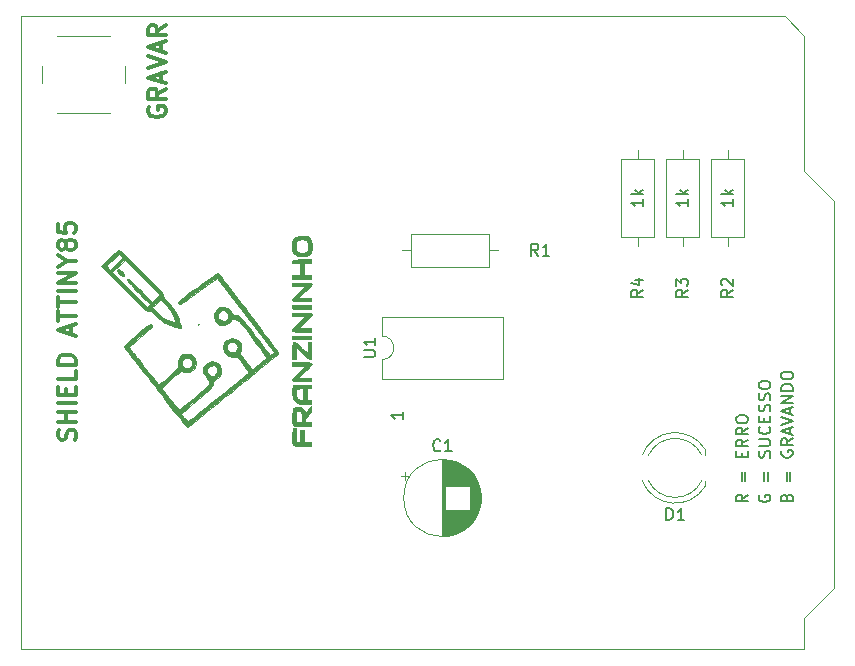
<source format=gbr>
%TF.GenerationSoftware,KiCad,Pcbnew,5.1.9-73d0e3b20d~88~ubuntu20.04.1*%
%TF.CreationDate,2021-03-04T20:11:02-03:00*%
%TF.ProjectId,shield-attiny,73686965-6c64-42d6-9174-74696e792e6b,rev?*%
%TF.SameCoordinates,Original*%
%TF.FileFunction,Legend,Top*%
%TF.FilePolarity,Positive*%
%FSLAX46Y46*%
G04 Gerber Fmt 4.6, Leading zero omitted, Abs format (unit mm)*
G04 Created by KiCad (PCBNEW 5.1.9-73d0e3b20d~88~ubuntu20.04.1) date 2021-03-04 20:11:02*
%MOMM*%
%LPD*%
G01*
G04 APERTURE LIST*
%ADD10C,0.150000*%
%ADD11C,0.300000*%
%ADD12C,0.010000*%
%ADD13C,0.120000*%
G04 APERTURE END LIST*
D10*
X140152380Y-99409285D02*
X140152380Y-99980714D01*
X140152380Y-99695000D02*
X139152380Y-99695000D01*
X139295238Y-99790238D01*
X139390476Y-99885476D01*
X139438095Y-99980714D01*
D11*
X112367142Y-101754285D02*
X112438571Y-101540000D01*
X112438571Y-101182857D01*
X112367142Y-101040000D01*
X112295714Y-100968571D01*
X112152857Y-100897142D01*
X112010000Y-100897142D01*
X111867142Y-100968571D01*
X111795714Y-101040000D01*
X111724285Y-101182857D01*
X111652857Y-101468571D01*
X111581428Y-101611428D01*
X111510000Y-101682857D01*
X111367142Y-101754285D01*
X111224285Y-101754285D01*
X111081428Y-101682857D01*
X111010000Y-101611428D01*
X110938571Y-101468571D01*
X110938571Y-101111428D01*
X111010000Y-100897142D01*
X112438571Y-100254285D02*
X110938571Y-100254285D01*
X111652857Y-100254285D02*
X111652857Y-99397142D01*
X112438571Y-99397142D02*
X110938571Y-99397142D01*
X112438571Y-98682857D02*
X110938571Y-98682857D01*
X111652857Y-97968571D02*
X111652857Y-97468571D01*
X112438571Y-97254285D02*
X112438571Y-97968571D01*
X110938571Y-97968571D01*
X110938571Y-97254285D01*
X112438571Y-95897142D02*
X112438571Y-96611428D01*
X110938571Y-96611428D01*
X112438571Y-95397142D02*
X110938571Y-95397142D01*
X110938571Y-95040000D01*
X111010000Y-94825714D01*
X111152857Y-94682857D01*
X111295714Y-94611428D01*
X111581428Y-94540000D01*
X111795714Y-94540000D01*
X112081428Y-94611428D01*
X112224285Y-94682857D01*
X112367142Y-94825714D01*
X112438571Y-95040000D01*
X112438571Y-95397142D01*
X112010000Y-92825714D02*
X112010000Y-92111428D01*
X112438571Y-92968571D02*
X110938571Y-92468571D01*
X112438571Y-91968571D01*
X110938571Y-91682857D02*
X110938571Y-90825714D01*
X112438571Y-91254285D02*
X110938571Y-91254285D01*
X110938571Y-90540000D02*
X110938571Y-89682857D01*
X112438571Y-90111428D02*
X110938571Y-90111428D01*
X112438571Y-89182857D02*
X110938571Y-89182857D01*
X112438571Y-88468571D02*
X110938571Y-88468571D01*
X112438571Y-87611428D01*
X110938571Y-87611428D01*
X111724285Y-86611428D02*
X112438571Y-86611428D01*
X110938571Y-87111428D02*
X111724285Y-86611428D01*
X110938571Y-86111428D01*
X111581428Y-85397142D02*
X111510000Y-85540000D01*
X111438571Y-85611428D01*
X111295714Y-85682857D01*
X111224285Y-85682857D01*
X111081428Y-85611428D01*
X111010000Y-85540000D01*
X110938571Y-85397142D01*
X110938571Y-85111428D01*
X111010000Y-84968571D01*
X111081428Y-84897142D01*
X111224285Y-84825714D01*
X111295714Y-84825714D01*
X111438571Y-84897142D01*
X111510000Y-84968571D01*
X111581428Y-85111428D01*
X111581428Y-85397142D01*
X111652857Y-85540000D01*
X111724285Y-85611428D01*
X111867142Y-85682857D01*
X112152857Y-85682857D01*
X112295714Y-85611428D01*
X112367142Y-85540000D01*
X112438571Y-85397142D01*
X112438571Y-85111428D01*
X112367142Y-84968571D01*
X112295714Y-84897142D01*
X112152857Y-84825714D01*
X111867142Y-84825714D01*
X111724285Y-84897142D01*
X111652857Y-84968571D01*
X111581428Y-85111428D01*
X110938571Y-83468571D02*
X110938571Y-84182857D01*
X111652857Y-84254285D01*
X111581428Y-84182857D01*
X111510000Y-84040000D01*
X111510000Y-83682857D01*
X111581428Y-83540000D01*
X111652857Y-83468571D01*
X111795714Y-83397142D01*
X112152857Y-83397142D01*
X112295714Y-83468571D01*
X112367142Y-83540000D01*
X112438571Y-83682857D01*
X112438571Y-84040000D01*
X112367142Y-84182857D01*
X112295714Y-84254285D01*
X118630000Y-73592142D02*
X118558571Y-73735000D01*
X118558571Y-73949285D01*
X118630000Y-74163571D01*
X118772857Y-74306428D01*
X118915714Y-74377857D01*
X119201428Y-74449285D01*
X119415714Y-74449285D01*
X119701428Y-74377857D01*
X119844285Y-74306428D01*
X119987142Y-74163571D01*
X120058571Y-73949285D01*
X120058571Y-73806428D01*
X119987142Y-73592142D01*
X119915714Y-73520714D01*
X119415714Y-73520714D01*
X119415714Y-73806428D01*
X120058571Y-72020714D02*
X119344285Y-72520714D01*
X120058571Y-72877857D02*
X118558571Y-72877857D01*
X118558571Y-72306428D01*
X118630000Y-72163571D01*
X118701428Y-72092142D01*
X118844285Y-72020714D01*
X119058571Y-72020714D01*
X119201428Y-72092142D01*
X119272857Y-72163571D01*
X119344285Y-72306428D01*
X119344285Y-72877857D01*
X119630000Y-71449285D02*
X119630000Y-70735000D01*
X120058571Y-71592142D02*
X118558571Y-71092142D01*
X120058571Y-70592142D01*
X118558571Y-70306428D02*
X120058571Y-69806428D01*
X118558571Y-69306428D01*
X119630000Y-68877857D02*
X119630000Y-68163571D01*
X120058571Y-69020714D02*
X118558571Y-68520714D01*
X120058571Y-68020714D01*
X120058571Y-66663571D02*
X119344285Y-67163571D01*
X120058571Y-67520714D02*
X118558571Y-67520714D01*
X118558571Y-66949285D01*
X118630000Y-66806428D01*
X118701428Y-66735000D01*
X118844285Y-66663571D01*
X119058571Y-66663571D01*
X119201428Y-66735000D01*
X119272857Y-66806428D01*
X119344285Y-66949285D01*
X119344285Y-67520714D01*
D10*
X172648571Y-106646071D02*
X172696190Y-106503214D01*
X172743809Y-106455595D01*
X172839047Y-106407976D01*
X172981904Y-106407976D01*
X173077142Y-106455595D01*
X173124761Y-106503214D01*
X173172380Y-106598452D01*
X173172380Y-106979404D01*
X172172380Y-106979404D01*
X172172380Y-106646071D01*
X172220000Y-106550833D01*
X172267619Y-106503214D01*
X172362857Y-106455595D01*
X172458095Y-106455595D01*
X172553333Y-106503214D01*
X172600952Y-106550833D01*
X172648571Y-106646071D01*
X172648571Y-106979404D01*
X172648571Y-105217500D02*
X172648571Y-104455595D01*
X172934285Y-104455595D02*
X172934285Y-105217500D01*
X172220000Y-102693690D02*
X172172380Y-102788928D01*
X172172380Y-102931785D01*
X172220000Y-103074642D01*
X172315238Y-103169880D01*
X172410476Y-103217500D01*
X172600952Y-103265119D01*
X172743809Y-103265119D01*
X172934285Y-103217500D01*
X173029523Y-103169880D01*
X173124761Y-103074642D01*
X173172380Y-102931785D01*
X173172380Y-102836547D01*
X173124761Y-102693690D01*
X173077142Y-102646071D01*
X172743809Y-102646071D01*
X172743809Y-102836547D01*
X173172380Y-101646071D02*
X172696190Y-101979404D01*
X173172380Y-102217500D02*
X172172380Y-102217500D01*
X172172380Y-101836547D01*
X172220000Y-101741309D01*
X172267619Y-101693690D01*
X172362857Y-101646071D01*
X172505714Y-101646071D01*
X172600952Y-101693690D01*
X172648571Y-101741309D01*
X172696190Y-101836547D01*
X172696190Y-102217500D01*
X172886666Y-101265119D02*
X172886666Y-100788928D01*
X173172380Y-101360357D02*
X172172380Y-101027023D01*
X173172380Y-100693690D01*
X172172380Y-100503214D02*
X173172380Y-100169880D01*
X172172380Y-99836547D01*
X172886666Y-99550833D02*
X172886666Y-99074642D01*
X173172380Y-99646071D02*
X172172380Y-99312738D01*
X173172380Y-98979404D01*
X173172380Y-98646071D02*
X172172380Y-98646071D01*
X173172380Y-98074642D01*
X172172380Y-98074642D01*
X173172380Y-97598452D02*
X172172380Y-97598452D01*
X172172380Y-97360357D01*
X172220000Y-97217500D01*
X172315238Y-97122261D01*
X172410476Y-97074642D01*
X172600952Y-97027023D01*
X172743809Y-97027023D01*
X172934285Y-97074642D01*
X173029523Y-97122261D01*
X173124761Y-97217500D01*
X173172380Y-97360357D01*
X173172380Y-97598452D01*
X172172380Y-96407976D02*
X172172380Y-96217500D01*
X172220000Y-96122261D01*
X172315238Y-96027023D01*
X172505714Y-95979404D01*
X172839047Y-95979404D01*
X173029523Y-96027023D01*
X173124761Y-96122261D01*
X173172380Y-96217500D01*
X173172380Y-96407976D01*
X173124761Y-96503214D01*
X173029523Y-96598452D01*
X172839047Y-96646071D01*
X172505714Y-96646071D01*
X172315238Y-96598452D01*
X172220000Y-96503214D01*
X172172380Y-96407976D01*
X170315000Y-106455595D02*
X170267380Y-106550833D01*
X170267380Y-106693690D01*
X170315000Y-106836547D01*
X170410238Y-106931785D01*
X170505476Y-106979404D01*
X170695952Y-107027023D01*
X170838809Y-107027023D01*
X171029285Y-106979404D01*
X171124523Y-106931785D01*
X171219761Y-106836547D01*
X171267380Y-106693690D01*
X171267380Y-106598452D01*
X171219761Y-106455595D01*
X171172142Y-106407976D01*
X170838809Y-106407976D01*
X170838809Y-106598452D01*
X170743571Y-105217500D02*
X170743571Y-104455595D01*
X171029285Y-104455595D02*
X171029285Y-105217500D01*
X171219761Y-103265119D02*
X171267380Y-103122261D01*
X171267380Y-102884166D01*
X171219761Y-102788928D01*
X171172142Y-102741309D01*
X171076904Y-102693690D01*
X170981666Y-102693690D01*
X170886428Y-102741309D01*
X170838809Y-102788928D01*
X170791190Y-102884166D01*
X170743571Y-103074642D01*
X170695952Y-103169880D01*
X170648333Y-103217500D01*
X170553095Y-103265119D01*
X170457857Y-103265119D01*
X170362619Y-103217500D01*
X170315000Y-103169880D01*
X170267380Y-103074642D01*
X170267380Y-102836547D01*
X170315000Y-102693690D01*
X170267380Y-102265119D02*
X171076904Y-102265119D01*
X171172142Y-102217500D01*
X171219761Y-102169880D01*
X171267380Y-102074642D01*
X171267380Y-101884166D01*
X171219761Y-101788928D01*
X171172142Y-101741309D01*
X171076904Y-101693690D01*
X170267380Y-101693690D01*
X171172142Y-100646071D02*
X171219761Y-100693690D01*
X171267380Y-100836547D01*
X171267380Y-100931785D01*
X171219761Y-101074642D01*
X171124523Y-101169880D01*
X171029285Y-101217500D01*
X170838809Y-101265119D01*
X170695952Y-101265119D01*
X170505476Y-101217500D01*
X170410238Y-101169880D01*
X170315000Y-101074642D01*
X170267380Y-100931785D01*
X170267380Y-100836547D01*
X170315000Y-100693690D01*
X170362619Y-100646071D01*
X170743571Y-100217500D02*
X170743571Y-99884166D01*
X171267380Y-99741309D02*
X171267380Y-100217500D01*
X170267380Y-100217500D01*
X170267380Y-99741309D01*
X171219761Y-99360357D02*
X171267380Y-99217500D01*
X171267380Y-98979404D01*
X171219761Y-98884166D01*
X171172142Y-98836547D01*
X171076904Y-98788928D01*
X170981666Y-98788928D01*
X170886428Y-98836547D01*
X170838809Y-98884166D01*
X170791190Y-98979404D01*
X170743571Y-99169880D01*
X170695952Y-99265119D01*
X170648333Y-99312738D01*
X170553095Y-99360357D01*
X170457857Y-99360357D01*
X170362619Y-99312738D01*
X170315000Y-99265119D01*
X170267380Y-99169880D01*
X170267380Y-98931785D01*
X170315000Y-98788928D01*
X171219761Y-98407976D02*
X171267380Y-98265119D01*
X171267380Y-98027023D01*
X171219761Y-97931785D01*
X171172142Y-97884166D01*
X171076904Y-97836547D01*
X170981666Y-97836547D01*
X170886428Y-97884166D01*
X170838809Y-97931785D01*
X170791190Y-98027023D01*
X170743571Y-98217500D01*
X170695952Y-98312738D01*
X170648333Y-98360357D01*
X170553095Y-98407976D01*
X170457857Y-98407976D01*
X170362619Y-98360357D01*
X170315000Y-98312738D01*
X170267380Y-98217500D01*
X170267380Y-97979404D01*
X170315000Y-97836547D01*
X170267380Y-97217500D02*
X170267380Y-97027023D01*
X170315000Y-96931785D01*
X170410238Y-96836547D01*
X170600714Y-96788928D01*
X170934047Y-96788928D01*
X171124523Y-96836547D01*
X171219761Y-96931785D01*
X171267380Y-97027023D01*
X171267380Y-97217500D01*
X171219761Y-97312738D01*
X171124523Y-97407976D01*
X170934047Y-97455595D01*
X170600714Y-97455595D01*
X170410238Y-97407976D01*
X170315000Y-97312738D01*
X170267380Y-97217500D01*
X169362380Y-106407976D02*
X168886190Y-106741309D01*
X169362380Y-106979404D02*
X168362380Y-106979404D01*
X168362380Y-106598452D01*
X168410000Y-106503214D01*
X168457619Y-106455595D01*
X168552857Y-106407976D01*
X168695714Y-106407976D01*
X168790952Y-106455595D01*
X168838571Y-106503214D01*
X168886190Y-106598452D01*
X168886190Y-106979404D01*
X168838571Y-105217500D02*
X168838571Y-104455595D01*
X169124285Y-104455595D02*
X169124285Y-105217500D01*
X168838571Y-103217500D02*
X168838571Y-102884166D01*
X169362380Y-102741309D02*
X169362380Y-103217500D01*
X168362380Y-103217500D01*
X168362380Y-102741309D01*
X169362380Y-101741309D02*
X168886190Y-102074642D01*
X169362380Y-102312738D02*
X168362380Y-102312738D01*
X168362380Y-101931785D01*
X168410000Y-101836547D01*
X168457619Y-101788928D01*
X168552857Y-101741309D01*
X168695714Y-101741309D01*
X168790952Y-101788928D01*
X168838571Y-101836547D01*
X168886190Y-101931785D01*
X168886190Y-102312738D01*
X169362380Y-100741309D02*
X168886190Y-101074642D01*
X169362380Y-101312738D02*
X168362380Y-101312738D01*
X168362380Y-100931785D01*
X168410000Y-100836547D01*
X168457619Y-100788928D01*
X168552857Y-100741309D01*
X168695714Y-100741309D01*
X168790952Y-100788928D01*
X168838571Y-100836547D01*
X168886190Y-100931785D01*
X168886190Y-101312738D01*
X168362380Y-100122261D02*
X168362380Y-99931785D01*
X168410000Y-99836547D01*
X168505238Y-99741309D01*
X168695714Y-99693690D01*
X169029047Y-99693690D01*
X169219523Y-99741309D01*
X169314761Y-99836547D01*
X169362380Y-99931785D01*
X169362380Y-100122261D01*
X169314761Y-100217500D01*
X169219523Y-100312738D01*
X169029047Y-100360357D01*
X168695714Y-100360357D01*
X168505238Y-100312738D01*
X168410000Y-100217500D01*
X168362380Y-100122261D01*
D12*
%TO.C,G\u002A\u002A\u002A*%
G36*
X130780515Y-96592069D02*
G01*
X130850340Y-96517291D01*
X130957538Y-96407570D01*
X131094601Y-96270547D01*
X131254021Y-96113860D01*
X131327072Y-96042830D01*
X131898572Y-95488896D01*
X131345215Y-95487376D01*
X130791857Y-95485857D01*
X130791857Y-95195571D01*
X131564743Y-95195571D01*
X131836791Y-95196359D01*
X132044790Y-95199705D01*
X132197255Y-95207089D01*
X132302701Y-95219986D01*
X132369642Y-95239874D01*
X132406595Y-95268231D01*
X132422072Y-95306533D01*
X132424715Y-95344769D01*
X132399455Y-95387166D01*
X132328781Y-95470905D01*
X132220346Y-95587829D01*
X132081805Y-95729783D01*
X131920815Y-95888609D01*
X131853215Y-95953729D01*
X131281715Y-96500575D01*
X132388429Y-96501857D01*
X132388429Y-96792143D01*
X131609563Y-96792143D01*
X131352048Y-96791788D01*
X131157639Y-96790180D01*
X131016872Y-96786506D01*
X130920282Y-96779952D01*
X130858405Y-96769705D01*
X130821778Y-96754951D01*
X130800934Y-96734877D01*
X130793134Y-96721957D01*
X130762790Y-96653917D01*
X130755572Y-96624267D01*
X130780515Y-96592069D01*
G37*
X130780515Y-96592069D02*
X130850340Y-96517291D01*
X130957538Y-96407570D01*
X131094601Y-96270547D01*
X131254021Y-96113860D01*
X131327072Y-96042830D01*
X131898572Y-95488896D01*
X131345215Y-95487376D01*
X130791857Y-95485857D01*
X130791857Y-95195571D01*
X131564743Y-95195571D01*
X131836791Y-95196359D01*
X132044790Y-95199705D01*
X132197255Y-95207089D01*
X132302701Y-95219986D01*
X132369642Y-95239874D01*
X132406595Y-95268231D01*
X132422072Y-95306533D01*
X132424715Y-95344769D01*
X132399455Y-95387166D01*
X132328781Y-95470905D01*
X132220346Y-95587829D01*
X132081805Y-95729783D01*
X131920815Y-95888609D01*
X131853215Y-95953729D01*
X131281715Y-96500575D01*
X132388429Y-96501857D01*
X132388429Y-96792143D01*
X131609563Y-96792143D01*
X131352048Y-96791788D01*
X131157639Y-96790180D01*
X131016872Y-96786506D01*
X130920282Y-96779952D01*
X130858405Y-96769705D01*
X130821778Y-96754951D01*
X130800934Y-96734877D01*
X130793134Y-96721957D01*
X130762790Y-96653917D01*
X130755572Y-96624267D01*
X130780515Y-96592069D01*
G36*
X130786267Y-92419865D02*
G01*
X130820890Y-92369441D01*
X130884362Y-92297721D01*
X130982459Y-92197566D01*
X131120958Y-92061836D01*
X131305634Y-91883392D01*
X131318826Y-91870673D01*
X131897246Y-91313000D01*
X130791857Y-91313000D01*
X130791857Y-90986428D01*
X131551266Y-90986428D01*
X131811476Y-90987158D01*
X132008556Y-90989787D01*
X132151935Y-90994974D01*
X132251043Y-91003376D01*
X132315310Y-91015654D01*
X132354167Y-91032465D01*
X132367694Y-91043449D01*
X132414282Y-91115982D01*
X132424670Y-91161377D01*
X132399498Y-91203745D01*
X132329171Y-91287483D01*
X132221433Y-91404279D01*
X132084025Y-91545820D01*
X131924690Y-91703793D01*
X131871313Y-91755516D01*
X131318000Y-92288746D01*
X131853215Y-92290730D01*
X132388429Y-92292714D01*
X132388429Y-92620729D01*
X131621751Y-92610936D01*
X131367454Y-92607495D01*
X131175922Y-92603791D01*
X131037352Y-92598679D01*
X130941944Y-92591016D01*
X130879896Y-92579657D01*
X130841406Y-92563458D01*
X130816673Y-92541276D01*
X130797740Y-92514745D01*
X130780468Y-92485377D01*
X130774719Y-92456130D01*
X130786267Y-92419865D01*
G37*
X130786267Y-92419865D02*
X130820890Y-92369441D01*
X130884362Y-92297721D01*
X130982459Y-92197566D01*
X131120958Y-92061836D01*
X131305634Y-91883392D01*
X131318826Y-91870673D01*
X131897246Y-91313000D01*
X130791857Y-91313000D01*
X130791857Y-90986428D01*
X131551266Y-90986428D01*
X131811476Y-90987158D01*
X132008556Y-90989787D01*
X132151935Y-90994974D01*
X132251043Y-91003376D01*
X132315310Y-91015654D01*
X132354167Y-91032465D01*
X132367694Y-91043449D01*
X132414282Y-91115982D01*
X132424670Y-91161377D01*
X132399498Y-91203745D01*
X132329171Y-91287483D01*
X132221433Y-91404279D01*
X132084025Y-91545820D01*
X131924690Y-91703793D01*
X131871313Y-91755516D01*
X131318000Y-92288746D01*
X131853215Y-92290730D01*
X132388429Y-92292714D01*
X132388429Y-92620729D01*
X131621751Y-92610936D01*
X131367454Y-92607495D01*
X131175922Y-92603791D01*
X131037352Y-92598679D01*
X130941944Y-92591016D01*
X130879896Y-92579657D01*
X130841406Y-92563458D01*
X130816673Y-92541276D01*
X130797740Y-92514745D01*
X130780468Y-92485377D01*
X130774719Y-92456130D01*
X130786267Y-92419865D01*
G36*
X130780577Y-89852177D02*
G01*
X130850570Y-89773827D01*
X130958012Y-89661082D01*
X131095366Y-89521783D01*
X131255097Y-89363773D01*
X131327072Y-89293687D01*
X131898572Y-88739753D01*
X131345215Y-88738233D01*
X130791857Y-88736714D01*
X130791857Y-88446428D01*
X131564743Y-88446428D01*
X131836800Y-88447217D01*
X132044808Y-88450567D01*
X132197280Y-88457951D01*
X132302730Y-88470845D01*
X132369672Y-88490723D01*
X132406619Y-88519059D01*
X132422085Y-88557327D01*
X132424715Y-88595356D01*
X132399456Y-88637671D01*
X132328783Y-88721334D01*
X132220351Y-88838194D01*
X132081813Y-88980096D01*
X131920825Y-89138890D01*
X131853215Y-89204014D01*
X131281715Y-89750830D01*
X132388429Y-89752714D01*
X132388429Y-90043000D01*
X131629021Y-90043000D01*
X131368810Y-90042270D01*
X131171730Y-90039641D01*
X131028352Y-90034454D01*
X130929243Y-90026052D01*
X130864976Y-90013774D01*
X130826119Y-89996963D01*
X130812592Y-89985979D01*
X130766582Y-89923250D01*
X130755572Y-89888290D01*
X130780577Y-89852177D01*
G37*
X130780577Y-89852177D02*
X130850570Y-89773827D01*
X130958012Y-89661082D01*
X131095366Y-89521783D01*
X131255097Y-89363773D01*
X131327072Y-89293687D01*
X131898572Y-88739753D01*
X131345215Y-88738233D01*
X130791857Y-88736714D01*
X130791857Y-88446428D01*
X131564743Y-88446428D01*
X131836800Y-88447217D01*
X132044808Y-88450567D01*
X132197280Y-88457951D01*
X132302730Y-88470845D01*
X132369672Y-88490723D01*
X132406619Y-88519059D01*
X132422085Y-88557327D01*
X132424715Y-88595356D01*
X132399456Y-88637671D01*
X132328783Y-88721334D01*
X132220351Y-88838194D01*
X132081813Y-88980096D01*
X131920825Y-89138890D01*
X131853215Y-89204014D01*
X131281715Y-89750830D01*
X132388429Y-89752714D01*
X132388429Y-90043000D01*
X131629021Y-90043000D01*
X131368810Y-90042270D01*
X131171730Y-90039641D01*
X131028352Y-90034454D01*
X130929243Y-90026052D01*
X130864976Y-90013774D01*
X130826119Y-89996963D01*
X130812592Y-89985979D01*
X130766582Y-89923250D01*
X130755572Y-89888290D01*
X130780577Y-89852177D01*
G36*
X130762817Y-85270566D02*
G01*
X130793292Y-85025766D01*
X130859637Y-84834974D01*
X130967338Y-84686296D01*
X131072297Y-84599519D01*
X131153834Y-84552106D01*
X131244036Y-84522415D01*
X131365207Y-84505212D01*
X131511721Y-84496390D01*
X131782025Y-84500494D01*
X131995455Y-84540677D01*
X132160001Y-84620471D01*
X132283650Y-84743405D01*
X132355905Y-84869433D01*
X132397557Y-85011757D01*
X132421091Y-85198725D01*
X132426494Y-85405264D01*
X132413750Y-85606299D01*
X132382846Y-85776757D01*
X132356471Y-85852000D01*
X132253409Y-86017028D01*
X132114350Y-86132420D01*
X131930983Y-86202466D01*
X131694993Y-86231454D01*
X131618523Y-86232797D01*
X131606304Y-86232311D01*
X131606304Y-85924571D01*
X131807249Y-85910905D01*
X131949749Y-85866756D01*
X132043203Y-85787397D01*
X132093882Y-85679454D01*
X132123411Y-85507785D01*
X132128629Y-85307986D01*
X132109390Y-85120359D01*
X132096140Y-85062442D01*
X132049001Y-84957335D01*
X131982737Y-84877347D01*
X131972153Y-84869611D01*
X131857071Y-84823112D01*
X131699501Y-84795941D01*
X131527533Y-84790538D01*
X131369260Y-84809341D01*
X131345457Y-84815195D01*
X131232207Y-84860847D01*
X131155059Y-84933698D01*
X131108269Y-85045599D01*
X131086094Y-85208402D01*
X131082143Y-85358633D01*
X131091609Y-85574807D01*
X131125824Y-85729622D01*
X131193513Y-85832500D01*
X131303404Y-85892861D01*
X131464221Y-85920127D01*
X131606304Y-85924571D01*
X131606304Y-86232311D01*
X131398453Y-86224037D01*
X131232151Y-86194379D01*
X131102434Y-86138177D01*
X130992118Y-86049785D01*
X130960668Y-86016623D01*
X130855011Y-85869577D01*
X130789910Y-85699990D01*
X130761288Y-85492492D01*
X130762817Y-85270566D01*
G37*
X130762817Y-85270566D02*
X130793292Y-85025766D01*
X130859637Y-84834974D01*
X130967338Y-84686296D01*
X131072297Y-84599519D01*
X131153834Y-84552106D01*
X131244036Y-84522415D01*
X131365207Y-84505212D01*
X131511721Y-84496390D01*
X131782025Y-84500494D01*
X131995455Y-84540677D01*
X132160001Y-84620471D01*
X132283650Y-84743405D01*
X132355905Y-84869433D01*
X132397557Y-85011757D01*
X132421091Y-85198725D01*
X132426494Y-85405264D01*
X132413750Y-85606299D01*
X132382846Y-85776757D01*
X132356471Y-85852000D01*
X132253409Y-86017028D01*
X132114350Y-86132420D01*
X131930983Y-86202466D01*
X131694993Y-86231454D01*
X131618523Y-86232797D01*
X131606304Y-86232311D01*
X131606304Y-85924571D01*
X131807249Y-85910905D01*
X131949749Y-85866756D01*
X132043203Y-85787397D01*
X132093882Y-85679454D01*
X132123411Y-85507785D01*
X132128629Y-85307986D01*
X132109390Y-85120359D01*
X132096140Y-85062442D01*
X132049001Y-84957335D01*
X131982737Y-84877347D01*
X131972153Y-84869611D01*
X131857071Y-84823112D01*
X131699501Y-84795941D01*
X131527533Y-84790538D01*
X131369260Y-84809341D01*
X131345457Y-84815195D01*
X131232207Y-84860847D01*
X131155059Y-84933698D01*
X131108269Y-85045599D01*
X131086094Y-85208402D01*
X131082143Y-85358633D01*
X131091609Y-85574807D01*
X131125824Y-85729622D01*
X131193513Y-85832500D01*
X131303404Y-85892861D01*
X131464221Y-85920127D01*
X131606304Y-85924571D01*
X131606304Y-86232311D01*
X131398453Y-86224037D01*
X131232151Y-86194379D01*
X131102434Y-86138177D01*
X130992118Y-86049785D01*
X130960668Y-86016623D01*
X130855011Y-85869577D01*
X130789910Y-85699990D01*
X130761288Y-85492492D01*
X130762817Y-85270566D01*
G36*
X130797896Y-101661210D02*
G01*
X130800095Y-101491020D01*
X130810000Y-100801714D01*
X130946072Y-100790452D01*
X131082143Y-100779190D01*
X131082143Y-101944714D01*
X132388429Y-101944714D01*
X132388429Y-102271285D01*
X131651507Y-102271285D01*
X131372101Y-102269769D01*
X131158968Y-102264982D01*
X131005868Y-102256569D01*
X130906560Y-102244176D01*
X130854804Y-102227446D01*
X130852388Y-102225806D01*
X130830641Y-102203322D01*
X130814920Y-102165684D01*
X130804506Y-102102774D01*
X130798677Y-102004471D01*
X130796714Y-101860656D01*
X130797896Y-101661210D01*
G37*
X130797896Y-101661210D02*
X130800095Y-101491020D01*
X130810000Y-100801714D01*
X130946072Y-100790452D01*
X131082143Y-100779190D01*
X131082143Y-101944714D01*
X132388429Y-101944714D01*
X132388429Y-102271285D01*
X131651507Y-102271285D01*
X131372101Y-102269769D01*
X131158968Y-102264982D01*
X131005868Y-102256569D01*
X130906560Y-102244176D01*
X130854804Y-102227446D01*
X130852388Y-102225806D01*
X130830641Y-102203322D01*
X130814920Y-102165684D01*
X130804506Y-102102774D01*
X130798677Y-102004471D01*
X130796714Y-101860656D01*
X130797896Y-101661210D01*
G36*
X130793843Y-99611923D02*
G01*
X130801347Y-99413715D01*
X130816695Y-99267884D01*
X130842209Y-99164365D01*
X130880212Y-99093098D01*
X130933029Y-99044019D01*
X130990415Y-99012636D01*
X131122796Y-98978745D01*
X131288838Y-98971625D01*
X131455106Y-98990386D01*
X131576302Y-99028188D01*
X131727340Y-99138941D01*
X131837412Y-99304112D01*
X131867321Y-99380912D01*
X131900846Y-99484110D01*
X132135566Y-99203468D01*
X132370286Y-98922827D01*
X132381115Y-99146655D01*
X132391945Y-99370483D01*
X132136356Y-99668813D01*
X132005262Y-99829290D01*
X131923074Y-99948896D01*
X131884818Y-100035377D01*
X131880597Y-100066928D01*
X131873509Y-100131689D01*
X131838588Y-100160005D01*
X131754907Y-100166667D01*
X131739401Y-100166714D01*
X131598374Y-100166714D01*
X131584444Y-99790395D01*
X131574199Y-99592072D01*
X131556044Y-99455085D01*
X131523003Y-99368202D01*
X131468102Y-99320194D01*
X131384365Y-99299830D01*
X131277272Y-99295857D01*
X131082143Y-99295857D01*
X131082143Y-100275571D01*
X132388429Y-100275571D01*
X132388429Y-100602143D01*
X131670788Y-100602143D01*
X131414773Y-100601220D01*
X131221391Y-100597985D01*
X131080720Y-100591735D01*
X130982840Y-100581768D01*
X130917831Y-100567382D01*
X130875771Y-100547875D01*
X130872503Y-100545657D01*
X130843081Y-100522049D01*
X130821849Y-100491383D01*
X130807473Y-100442527D01*
X130798619Y-100364354D01*
X130793955Y-100245734D01*
X130792146Y-100075539D01*
X130791857Y-99872569D01*
X130793843Y-99611923D01*
G37*
X130793843Y-99611923D02*
X130801347Y-99413715D01*
X130816695Y-99267884D01*
X130842209Y-99164365D01*
X130880212Y-99093098D01*
X130933029Y-99044019D01*
X130990415Y-99012636D01*
X131122796Y-98978745D01*
X131288838Y-98971625D01*
X131455106Y-98990386D01*
X131576302Y-99028188D01*
X131727340Y-99138941D01*
X131837412Y-99304112D01*
X131867321Y-99380912D01*
X131900846Y-99484110D01*
X132135566Y-99203468D01*
X132370286Y-98922827D01*
X132381115Y-99146655D01*
X132391945Y-99370483D01*
X132136356Y-99668813D01*
X132005262Y-99829290D01*
X131923074Y-99948896D01*
X131884818Y-100035377D01*
X131880597Y-100066928D01*
X131873509Y-100131689D01*
X131838588Y-100160005D01*
X131754907Y-100166667D01*
X131739401Y-100166714D01*
X131598374Y-100166714D01*
X131584444Y-99790395D01*
X131574199Y-99592072D01*
X131556044Y-99455085D01*
X131523003Y-99368202D01*
X131468102Y-99320194D01*
X131384365Y-99299830D01*
X131277272Y-99295857D01*
X131082143Y-99295857D01*
X131082143Y-100275571D01*
X132388429Y-100275571D01*
X132388429Y-100602143D01*
X131670788Y-100602143D01*
X131414773Y-100601220D01*
X131221391Y-100597985D01*
X131080720Y-100591735D01*
X130982840Y-100581768D01*
X130917831Y-100567382D01*
X130875771Y-100547875D01*
X130872503Y-100545657D01*
X130843081Y-100522049D01*
X130821849Y-100491383D01*
X130807473Y-100442527D01*
X130798619Y-100364354D01*
X130793955Y-100245734D01*
X130792146Y-100075539D01*
X130791857Y-99872569D01*
X130793843Y-99611923D01*
G36*
X130796611Y-97427673D02*
G01*
X130806492Y-97288905D01*
X130821716Y-97193735D01*
X130835400Y-97162257D01*
X130877764Y-97145980D01*
X130971512Y-97133772D01*
X131121840Y-97125348D01*
X131333946Y-97120425D01*
X131613028Y-97118720D01*
X131633686Y-97118714D01*
X132388429Y-97118714D01*
X132388429Y-97409000D01*
X132025572Y-97409000D01*
X132025572Y-98425000D01*
X132388429Y-98425000D01*
X132388429Y-98715285D01*
X131889500Y-98714489D01*
X131699000Y-98712549D01*
X131699000Y-98425000D01*
X131699000Y-97406065D01*
X131100286Y-97427143D01*
X131102998Y-97759449D01*
X131108683Y-97942513D01*
X131123840Y-98069381D01*
X131150920Y-98156090D01*
X131168469Y-98187538D01*
X131278704Y-98304654D01*
X131422517Y-98389300D01*
X131570682Y-98424667D01*
X131581072Y-98424864D01*
X131699000Y-98425000D01*
X131699000Y-98712549D01*
X131672106Y-98712274D01*
X131512451Y-98705411D01*
X131395770Y-98692367D01*
X131307295Y-98671610D01*
X131245118Y-98647613D01*
X131084811Y-98544404D01*
X130945995Y-98399649D01*
X130849831Y-98237152D01*
X130830325Y-98181063D01*
X130812218Y-98079056D01*
X130799878Y-97935730D01*
X130793220Y-97768069D01*
X130792159Y-97593055D01*
X130796611Y-97427673D01*
G37*
X130796611Y-97427673D02*
X130806492Y-97288905D01*
X130821716Y-97193735D01*
X130835400Y-97162257D01*
X130877764Y-97145980D01*
X130971512Y-97133772D01*
X131121840Y-97125348D01*
X131333946Y-97120425D01*
X131613028Y-97118720D01*
X131633686Y-97118714D01*
X132388429Y-97118714D01*
X132388429Y-97409000D01*
X132025572Y-97409000D01*
X132025572Y-98425000D01*
X132388429Y-98425000D01*
X132388429Y-98715285D01*
X131889500Y-98714489D01*
X131699000Y-98712549D01*
X131699000Y-98425000D01*
X131699000Y-97406065D01*
X131100286Y-97427143D01*
X131102998Y-97759449D01*
X131108683Y-97942513D01*
X131123840Y-98069381D01*
X131150920Y-98156090D01*
X131168469Y-98187538D01*
X131278704Y-98304654D01*
X131422517Y-98389300D01*
X131570682Y-98424667D01*
X131581072Y-98424864D01*
X131699000Y-98425000D01*
X131699000Y-98712549D01*
X131672106Y-98712274D01*
X131512451Y-98705411D01*
X131395770Y-98692367D01*
X131307295Y-98671610D01*
X131245118Y-98647613D01*
X131084811Y-98544404D01*
X130945995Y-98399649D01*
X130849831Y-98237152D01*
X130830325Y-98181063D01*
X130812218Y-98079056D01*
X130799878Y-97935730D01*
X130793220Y-97768069D01*
X130792159Y-97593055D01*
X130796611Y-97427673D01*
G36*
X130792819Y-94003730D02*
G01*
X130796960Y-93811656D01*
X130806164Y-93674212D01*
X130822317Y-93582434D01*
X130847302Y-93527357D01*
X130883004Y-93500017D01*
X130931308Y-93491449D01*
X130953329Y-93491249D01*
X131005065Y-93515704D01*
X131101450Y-93584150D01*
X131234694Y-93690413D01*
X131397010Y-93828316D01*
X131553857Y-93967458D01*
X132080000Y-94442561D01*
X132090125Y-93966352D01*
X132100249Y-93490143D01*
X132388429Y-93490143D01*
X132388429Y-94191666D01*
X132387232Y-94410317D01*
X132383899Y-94603676D01*
X132378815Y-94760183D01*
X132372366Y-94868275D01*
X132364936Y-94916393D01*
X132364238Y-94917381D01*
X132321270Y-94942399D01*
X132263601Y-94938922D01*
X132184529Y-94902715D01*
X132077350Y-94829541D01*
X131935360Y-94715164D01*
X131751857Y-94555348D01*
X131657810Y-94470964D01*
X131495055Y-94325176D01*
X131350229Y-94197644D01*
X131232042Y-94095860D01*
X131149205Y-94027315D01*
X131110429Y-93999501D01*
X131109357Y-93999249D01*
X131099236Y-94032858D01*
X131090822Y-94125602D01*
X131084890Y-94264053D01*
X131082218Y-94434779D01*
X131082143Y-94469857D01*
X131082143Y-94941571D01*
X130791857Y-94941571D01*
X130791857Y-94259400D01*
X130792819Y-94003730D01*
G37*
X130792819Y-94003730D02*
X130796960Y-93811656D01*
X130806164Y-93674212D01*
X130822317Y-93582434D01*
X130847302Y-93527357D01*
X130883004Y-93500017D01*
X130931308Y-93491449D01*
X130953329Y-93491249D01*
X131005065Y-93515704D01*
X131101450Y-93584150D01*
X131234694Y-93690413D01*
X131397010Y-93828316D01*
X131553857Y-93967458D01*
X132080000Y-94442561D01*
X132090125Y-93966352D01*
X132100249Y-93490143D01*
X132388429Y-93490143D01*
X132388429Y-94191666D01*
X132387232Y-94410317D01*
X132383899Y-94603676D01*
X132378815Y-94760183D01*
X132372366Y-94868275D01*
X132364936Y-94916393D01*
X132364238Y-94917381D01*
X132321270Y-94942399D01*
X132263601Y-94938922D01*
X132184529Y-94902715D01*
X132077350Y-94829541D01*
X131935360Y-94715164D01*
X131751857Y-94555348D01*
X131657810Y-94470964D01*
X131495055Y-94325176D01*
X131350229Y-94197644D01*
X131232042Y-94095860D01*
X131149205Y-94027315D01*
X131110429Y-93999501D01*
X131109357Y-93999249D01*
X131099236Y-94032858D01*
X131090822Y-94125602D01*
X131084890Y-94264053D01*
X131082218Y-94434779D01*
X131082143Y-94469857D01*
X131082143Y-94941571D01*
X130791857Y-94941571D01*
X130791857Y-94259400D01*
X130792819Y-94003730D01*
G36*
X132388429Y-92945857D02*
G01*
X132388429Y-93236143D01*
X130791857Y-93236143D01*
X130791857Y-92945857D01*
X132388429Y-92945857D01*
G37*
X132388429Y-92945857D02*
X132388429Y-93236143D01*
X130791857Y-93236143D01*
X130791857Y-92945857D01*
X132388429Y-92945857D01*
G36*
X132388429Y-90369571D02*
G01*
X132388429Y-90697558D01*
X131599215Y-90687779D01*
X130810000Y-90678000D01*
X130798842Y-90523786D01*
X130787685Y-90369571D01*
X132388429Y-90369571D01*
G37*
X132388429Y-90369571D02*
X132388429Y-90697558D01*
X131599215Y-90687779D01*
X130810000Y-90678000D01*
X130798842Y-90523786D01*
X130787685Y-90369571D01*
X132388429Y-90369571D01*
G36*
X130798842Y-86659357D02*
G01*
X130810000Y-86505143D01*
X131599215Y-86495364D01*
X132388429Y-86485584D01*
X132388429Y-86813571D01*
X131735286Y-86813571D01*
X131735286Y-87793286D01*
X132388429Y-87793286D01*
X132388429Y-88119857D01*
X130791857Y-88119857D01*
X130791857Y-87793286D01*
X131445000Y-87793286D01*
X131445000Y-86813571D01*
X130787685Y-86813571D01*
X130798842Y-86659357D01*
G37*
X130798842Y-86659357D02*
X130810000Y-86505143D01*
X131599215Y-86495364D01*
X132388429Y-86485584D01*
X132388429Y-86813571D01*
X131735286Y-86813571D01*
X131735286Y-87793286D01*
X132388429Y-87793286D01*
X132388429Y-88119857D01*
X130791857Y-88119857D01*
X130791857Y-87793286D01*
X131445000Y-87793286D01*
X131445000Y-86813571D01*
X130787685Y-86813571D01*
X130798842Y-86659357D01*
G36*
X131735286Y-100928714D02*
G01*
X131735286Y-101872143D01*
X131445000Y-101872143D01*
X131445000Y-100928714D01*
X131735286Y-100928714D01*
G37*
X131735286Y-100928714D02*
X131735286Y-101872143D01*
X131445000Y-101872143D01*
X131445000Y-100928714D01*
X131735286Y-100928714D01*
G36*
X116558690Y-93818196D02*
G01*
X116634473Y-93733807D01*
X116751903Y-93616294D01*
X116903672Y-93472016D01*
X117082473Y-93307330D01*
X117281000Y-93128595D01*
X117491945Y-92942170D01*
X117708002Y-92754412D01*
X117921864Y-92571681D01*
X118126223Y-92400335D01*
X118313774Y-92246732D01*
X118477207Y-92117230D01*
X118609218Y-92018189D01*
X118702499Y-91955965D01*
X118745518Y-91936809D01*
X118842289Y-91956336D01*
X118904251Y-92024142D01*
X118914296Y-92118890D01*
X118908330Y-92139870D01*
X118876523Y-92177340D01*
X118795944Y-92256162D01*
X118672985Y-92370535D01*
X118514037Y-92514659D01*
X118325493Y-92682731D01*
X118113743Y-92868950D01*
X117908803Y-93047101D01*
X116931395Y-93892203D01*
X117323237Y-94389673D01*
X117438805Y-94536488D01*
X117590943Y-94729904D01*
X117771411Y-94959438D01*
X117971968Y-95214606D01*
X118184375Y-95484924D01*
X118400392Y-95759909D01*
X118578415Y-95986589D01*
X118771085Y-96230692D01*
X118950366Y-96455415D01*
X119111239Y-96654648D01*
X119248685Y-96822279D01*
X119357683Y-96952200D01*
X119433215Y-97038300D01*
X119470262Y-97074469D01*
X119472653Y-97075160D01*
X119518402Y-97044798D01*
X119608243Y-96973667D01*
X119732737Y-96870002D01*
X119882448Y-96742036D01*
X120047937Y-96598002D01*
X120219766Y-96446134D01*
X120388497Y-96294665D01*
X120544691Y-96151829D01*
X120678911Y-96025858D01*
X120712170Y-95993857D01*
X121067894Y-95649143D01*
X121067590Y-95409981D01*
X121089643Y-95145333D01*
X121153296Y-94911935D01*
X121253734Y-94719972D01*
X121386141Y-94579626D01*
X121488189Y-94520435D01*
X121624422Y-94485962D01*
X121797852Y-94471962D01*
X121976482Y-94478488D01*
X122128311Y-94505589D01*
X122167788Y-94519352D01*
X122302764Y-94607181D01*
X122433266Y-94748364D01*
X122543043Y-94924644D01*
X122559814Y-94959714D01*
X122620415Y-95172423D01*
X122608981Y-95383961D01*
X122526030Y-95591433D01*
X122421098Y-95738086D01*
X122237317Y-95901705D01*
X122025561Y-95999588D01*
X121835543Y-96024291D01*
X121835543Y-95703571D01*
X122015205Y-95672688D01*
X122156856Y-95588004D01*
X122253201Y-95461471D01*
X122296944Y-95305040D01*
X122280790Y-95130661D01*
X122244660Y-95033382D01*
X122148598Y-94903439D01*
X122019316Y-94825885D01*
X121872168Y-94799192D01*
X121722507Y-94821830D01*
X121585685Y-94892270D01*
X121477056Y-95008983D01*
X121426847Y-95114845D01*
X121406471Y-95278617D01*
X121445600Y-95434579D01*
X121533638Y-95567468D01*
X121659988Y-95662023D01*
X121814056Y-95702980D01*
X121835543Y-95703571D01*
X121835543Y-96024291D01*
X121792195Y-96029927D01*
X121543586Y-95990919D01*
X121536731Y-95988890D01*
X121445592Y-95967983D01*
X121371662Y-95975317D01*
X121282320Y-96016550D01*
X121241182Y-96040149D01*
X121152251Y-96100157D01*
X121027829Y-96195042D01*
X120876473Y-96317237D01*
X120706736Y-96459176D01*
X120527174Y-96613292D01*
X120346341Y-96772018D01*
X120172792Y-96927787D01*
X120015083Y-97073033D01*
X119881767Y-97200188D01*
X119781401Y-97301685D01*
X119722540Y-97369958D01*
X119710614Y-97393942D01*
X119733277Y-97431106D01*
X119795639Y-97518025D01*
X119892308Y-97647587D01*
X120017894Y-97812682D01*
X120167008Y-98006198D01*
X120334259Y-98221024D01*
X120432182Y-98345884D01*
X121149707Y-99258455D01*
X121389711Y-99071342D01*
X121715437Y-98814676D01*
X122035978Y-98556940D01*
X122344853Y-98303687D01*
X122635580Y-98060468D01*
X122901678Y-97832835D01*
X123136666Y-97626340D01*
X123334061Y-97446535D01*
X123487384Y-97298971D01*
X123590152Y-97189201D01*
X123598068Y-97179701D01*
X123699675Y-97041421D01*
X123749314Y-96926237D01*
X123745571Y-96818309D01*
X123687034Y-96701796D01*
X123572291Y-96560856D01*
X123539723Y-96525383D01*
X123366539Y-96302316D01*
X123259296Y-96080335D01*
X123217759Y-95865216D01*
X123241691Y-95662735D01*
X123330854Y-95478666D01*
X123485012Y-95318785D01*
X123592165Y-95246311D01*
X123810493Y-95154124D01*
X124025498Y-95127492D01*
X124228554Y-95159592D01*
X124411038Y-95243603D01*
X124564327Y-95372700D01*
X124679797Y-95540062D01*
X124748824Y-95738866D01*
X124762785Y-95962289D01*
X124730546Y-96146944D01*
X124660825Y-96303700D01*
X124535970Y-96459007D01*
X124348861Y-96621403D01*
X124311636Y-96649379D01*
X124204890Y-96733416D01*
X124141543Y-96804674D01*
X124103928Y-96889589D01*
X124077401Y-96999893D01*
X124055107Y-97093057D01*
X124025499Y-97169805D01*
X124013698Y-97188640D01*
X124013698Y-96356578D01*
X124135001Y-96326632D01*
X124258865Y-96250107D01*
X124357696Y-96146438D01*
X124388061Y-96092928D01*
X124435056Y-95933587D01*
X124423851Y-95783697D01*
X124391262Y-95689005D01*
X124299763Y-95549122D01*
X124167829Y-95469465D01*
X124032839Y-95449571D01*
X123864916Y-95478055D01*
X123717116Y-95554999D01*
X123604542Y-95667643D01*
X123542293Y-95803225D01*
X123534715Y-95870508D01*
X123566401Y-96004568D01*
X123649577Y-96138232D01*
X123766417Y-96253413D01*
X123899094Y-96332019D01*
X124013698Y-96356578D01*
X124013698Y-97188640D01*
X123978437Y-97244920D01*
X123903777Y-97333185D01*
X123791378Y-97449383D01*
X123720857Y-97519604D01*
X123618050Y-97617021D01*
X123468321Y-97752786D01*
X123280692Y-97919019D01*
X123064182Y-98107840D01*
X122827814Y-98311370D01*
X122580608Y-98521727D01*
X122388978Y-98683038D01*
X121370241Y-99536296D01*
X121636632Y-99878719D01*
X121742591Y-100010920D01*
X121834356Y-100117982D01*
X121902125Y-100188969D01*
X121936096Y-100212943D01*
X121936145Y-100212931D01*
X121970487Y-100188953D01*
X122055911Y-100123198D01*
X122187582Y-100019585D01*
X122360667Y-99882035D01*
X122570332Y-99714469D01*
X122811743Y-99520808D01*
X123080065Y-99304972D01*
X123370466Y-99070881D01*
X123678111Y-98822457D01*
X123998166Y-98563619D01*
X124325798Y-98298288D01*
X124656172Y-98030385D01*
X124984454Y-97763830D01*
X125305811Y-97502544D01*
X125615409Y-97250447D01*
X125908413Y-97011460D01*
X126179990Y-96789503D01*
X126425306Y-96588498D01*
X126639527Y-96412363D01*
X126817819Y-96265021D01*
X126955347Y-96150391D01*
X127047280Y-96072395D01*
X127088781Y-96034952D01*
X127090714Y-96032332D01*
X127067772Y-95989691D01*
X126999066Y-95891113D01*
X126884776Y-95736839D01*
X126725081Y-95527109D01*
X126520162Y-95262161D01*
X126331916Y-95020990D01*
X126099260Y-94723857D01*
X125837549Y-94723857D01*
X125725198Y-94718097D01*
X125725198Y-94360864D01*
X125823077Y-94350138D01*
X125906959Y-94308441D01*
X126004711Y-94221825D01*
X126006412Y-94220126D01*
X126115698Y-94072964D01*
X126153345Y-93923553D01*
X126119098Y-93774937D01*
X126052007Y-93672764D01*
X125955123Y-93581322D01*
X125836681Y-93499130D01*
X125812186Y-93485791D01*
X125711971Y-93441364D01*
X125638743Y-93433054D01*
X125558843Y-93457118D01*
X125557880Y-93457516D01*
X125467132Y-93521671D01*
X125373514Y-93628301D01*
X125294281Y-93752491D01*
X125246687Y-93869326D01*
X125240143Y-93916334D01*
X125273808Y-94067888D01*
X125364597Y-94200947D01*
X125497197Y-94301479D01*
X125656299Y-94355452D01*
X125725198Y-94360864D01*
X125725198Y-94718097D01*
X125678903Y-94715723D01*
X125524199Y-94694511D01*
X125417577Y-94668019D01*
X125217595Y-94562164D01*
X125064486Y-94409198D01*
X124963312Y-94221330D01*
X124919138Y-94010768D01*
X124937028Y-93789722D01*
X124989192Y-93635285D01*
X125117886Y-93422961D01*
X125282515Y-93273075D01*
X125481713Y-93186569D01*
X125675292Y-93163571D01*
X125914177Y-93195582D01*
X126118901Y-93285352D01*
X126282824Y-93423492D01*
X126399304Y-93600610D01*
X126461700Y-93807316D01*
X126463372Y-94034218D01*
X126419429Y-94215857D01*
X126385822Y-94324683D01*
X126366685Y-94412965D01*
X126365000Y-94433322D01*
X126386137Y-94477161D01*
X126445192Y-94569370D01*
X126535630Y-94700956D01*
X126650916Y-94862924D01*
X126784516Y-95046282D01*
X126929895Y-95242036D01*
X127080518Y-95441192D01*
X127229850Y-95634757D01*
X127334509Y-95767632D01*
X127388731Y-95802224D01*
X127425223Y-95787073D01*
X127466698Y-95754016D01*
X127555289Y-95682863D01*
X127681664Y-95581128D01*
X127836490Y-95456324D01*
X128010436Y-95315966D01*
X128043235Y-95289485D01*
X128238377Y-95130904D01*
X128382816Y-95010424D01*
X128483104Y-94921554D01*
X128545793Y-94857799D01*
X128577434Y-94812668D01*
X128584578Y-94779669D01*
X128578068Y-94759468D01*
X128549949Y-94718366D01*
X128483237Y-94626208D01*
X128383066Y-94489851D01*
X128254571Y-94316158D01*
X128102885Y-94111989D01*
X127933142Y-93884204D01*
X127750479Y-93639663D01*
X127560027Y-93385227D01*
X127366923Y-93127757D01*
X127176300Y-92874112D01*
X126993293Y-92631153D01*
X126823036Y-92405740D01*
X126670663Y-92204735D01*
X126541308Y-92034997D01*
X126454405Y-91921870D01*
X126284529Y-91725012D01*
X126125552Y-91592084D01*
X125968585Y-91517193D01*
X125809745Y-91494428D01*
X125715558Y-91503576D01*
X125661528Y-91544959D01*
X125625480Y-91616645D01*
X125535135Y-91750609D01*
X125381072Y-91881352D01*
X125207415Y-91983785D01*
X125048660Y-92031190D01*
X124937198Y-92035849D01*
X124937198Y-91712007D01*
X125076690Y-91680539D01*
X125210885Y-91599043D01*
X125311604Y-91486364D01*
X125331489Y-91448357D01*
X125375865Y-91314908D01*
X125373576Y-91200415D01*
X125325186Y-91070317D01*
X125234303Y-90939816D01*
X125110107Y-90840636D01*
X124973386Y-90785806D01*
X124866818Y-90783023D01*
X124747292Y-90834340D01*
X124625714Y-90932472D01*
X124524977Y-91056085D01*
X124480309Y-91143161D01*
X124458847Y-91292922D01*
X124498543Y-91437850D01*
X124588510Y-91564389D01*
X124717862Y-91658984D01*
X124875711Y-91708080D01*
X124937198Y-91712007D01*
X124937198Y-92035849D01*
X124860137Y-92039071D01*
X124670430Y-92009969D01*
X124508125Y-91946425D01*
X124464732Y-91917784D01*
X124327780Y-91777026D01*
X124221686Y-91597394D01*
X124154703Y-91400460D01*
X124135082Y-91207797D01*
X124150964Y-91097544D01*
X124207685Y-90963755D01*
X124301452Y-90817835D01*
X124415090Y-90681152D01*
X124531426Y-90575077D01*
X124607423Y-90529566D01*
X124810256Y-90481675D01*
X125031084Y-90492922D01*
X125247830Y-90561936D01*
X125265202Y-90570344D01*
X125396325Y-90651558D01*
X125506319Y-90760303D01*
X125611071Y-90913970D01*
X125661892Y-91004571D01*
X125749507Y-91097102D01*
X125883061Y-91154278D01*
X125991364Y-91167322D01*
X126103032Y-91180356D01*
X126190936Y-91207384D01*
X126238106Y-91240267D01*
X126307260Y-91305926D01*
X126401095Y-91407624D01*
X126522309Y-91548627D01*
X126673600Y-91732198D01*
X126857664Y-91961601D01*
X127077199Y-92240101D01*
X127334903Y-92570962D01*
X127582606Y-92891428D01*
X127862670Y-93254554D01*
X128101645Y-93563937D01*
X128302575Y-93823448D01*
X128468500Y-94036956D01*
X128602462Y-94208330D01*
X128707503Y-94341440D01*
X128786665Y-94440157D01*
X128842990Y-94508350D01*
X128879518Y-94549888D01*
X128899293Y-94568642D01*
X128902326Y-94570371D01*
X128941595Y-94554007D01*
X129013620Y-94501391D01*
X129060490Y-94461513D01*
X129193469Y-94342857D01*
X124403699Y-88050177D01*
X122985849Y-89084770D01*
X122629829Y-89344591D01*
X122327829Y-89564869D01*
X122075164Y-89748727D01*
X121867151Y-89899289D01*
X121699104Y-90019678D01*
X121566340Y-90113018D01*
X121464174Y-90182432D01*
X121387922Y-90231043D01*
X121332900Y-90261974D01*
X121294422Y-90278350D01*
X121267804Y-90283294D01*
X121248363Y-90279928D01*
X121231414Y-90271377D01*
X121217848Y-90263614D01*
X121135320Y-90187918D01*
X121119315Y-90094188D01*
X121171845Y-89997632D01*
X121181372Y-89987994D01*
X121241433Y-89937176D01*
X121350911Y-89851857D01*
X121503207Y-89736771D01*
X121691721Y-89596650D01*
X121909855Y-89436228D01*
X122151008Y-89260241D01*
X122408582Y-89073420D01*
X122675978Y-88880500D01*
X122946595Y-88686215D01*
X123213836Y-88495298D01*
X123471100Y-88312482D01*
X123711788Y-88142503D01*
X123929302Y-87990093D01*
X124117042Y-87859986D01*
X124268408Y-87756916D01*
X124376802Y-87685617D01*
X124435623Y-87650821D01*
X124443344Y-87648143D01*
X124518174Y-87674206D01*
X124585475Y-87729786D01*
X124644426Y-87801642D01*
X124740844Y-87923773D01*
X124871379Y-88091728D01*
X125032680Y-88301058D01*
X125221394Y-88547313D01*
X125434172Y-88826046D01*
X125667662Y-89132805D01*
X125918513Y-89463143D01*
X126183374Y-89812609D01*
X126458893Y-90176754D01*
X126741720Y-90551130D01*
X127028502Y-90931286D01*
X127315890Y-91312773D01*
X127600532Y-91691143D01*
X127879077Y-92061945D01*
X128148173Y-92420731D01*
X128404470Y-92763051D01*
X128644616Y-93084456D01*
X128865260Y-93380497D01*
X129063052Y-93646724D01*
X129234639Y-93878688D01*
X129376671Y-94071940D01*
X129485796Y-94222030D01*
X129558664Y-94324509D01*
X129591923Y-94374928D01*
X129593682Y-94379143D01*
X129580860Y-94458459D01*
X129566659Y-94489800D01*
X129536070Y-94516373D01*
X129453025Y-94585286D01*
X129321534Y-94693293D01*
X129145606Y-94837147D01*
X128929252Y-95013600D01*
X128676481Y-95219407D01*
X128391303Y-95451319D01*
X128077728Y-95706091D01*
X127739766Y-95980475D01*
X127381426Y-96271224D01*
X127006719Y-96575093D01*
X126619654Y-96888832D01*
X126224241Y-97209197D01*
X125824491Y-97532940D01*
X125424412Y-97856814D01*
X125028015Y-98177572D01*
X124639310Y-98491967D01*
X124262306Y-98796753D01*
X123901013Y-99088682D01*
X123559441Y-99364509D01*
X123241600Y-99620985D01*
X122951500Y-99854864D01*
X122693151Y-100062899D01*
X122470562Y-100241844D01*
X122287744Y-100388450D01*
X122148705Y-100499473D01*
X122057457Y-100571664D01*
X122021260Y-100599496D01*
X121942318Y-100653592D01*
X121892695Y-100667323D01*
X121843156Y-100643188D01*
X121809198Y-100617639D01*
X121768770Y-100575325D01*
X121688164Y-100480836D01*
X121570778Y-100338519D01*
X121420007Y-100152722D01*
X121239250Y-99927792D01*
X121031903Y-99668078D01*
X120801362Y-99377926D01*
X120551025Y-99061684D01*
X120284287Y-98723699D01*
X120004547Y-98368320D01*
X119715200Y-97999894D01*
X119419643Y-97622769D01*
X119121274Y-97241291D01*
X118823489Y-96859809D01*
X118529684Y-96482670D01*
X118243257Y-96114222D01*
X117967604Y-95758812D01*
X117706123Y-95420789D01*
X117462209Y-95104498D01*
X117239260Y-94814289D01*
X117040672Y-94554509D01*
X116869842Y-94329504D01*
X116730167Y-94143624D01*
X116625044Y-94001215D01*
X116557870Y-93906625D01*
X116532041Y-93864201D01*
X116531860Y-93863102D01*
X116558690Y-93818196D01*
G37*
X116558690Y-93818196D02*
X116634473Y-93733807D01*
X116751903Y-93616294D01*
X116903672Y-93472016D01*
X117082473Y-93307330D01*
X117281000Y-93128595D01*
X117491945Y-92942170D01*
X117708002Y-92754412D01*
X117921864Y-92571681D01*
X118126223Y-92400335D01*
X118313774Y-92246732D01*
X118477207Y-92117230D01*
X118609218Y-92018189D01*
X118702499Y-91955965D01*
X118745518Y-91936809D01*
X118842289Y-91956336D01*
X118904251Y-92024142D01*
X118914296Y-92118890D01*
X118908330Y-92139870D01*
X118876523Y-92177340D01*
X118795944Y-92256162D01*
X118672985Y-92370535D01*
X118514037Y-92514659D01*
X118325493Y-92682731D01*
X118113743Y-92868950D01*
X117908803Y-93047101D01*
X116931395Y-93892203D01*
X117323237Y-94389673D01*
X117438805Y-94536488D01*
X117590943Y-94729904D01*
X117771411Y-94959438D01*
X117971968Y-95214606D01*
X118184375Y-95484924D01*
X118400392Y-95759909D01*
X118578415Y-95986589D01*
X118771085Y-96230692D01*
X118950366Y-96455415D01*
X119111239Y-96654648D01*
X119248685Y-96822279D01*
X119357683Y-96952200D01*
X119433215Y-97038300D01*
X119470262Y-97074469D01*
X119472653Y-97075160D01*
X119518402Y-97044798D01*
X119608243Y-96973667D01*
X119732737Y-96870002D01*
X119882448Y-96742036D01*
X120047937Y-96598002D01*
X120219766Y-96446134D01*
X120388497Y-96294665D01*
X120544691Y-96151829D01*
X120678911Y-96025858D01*
X120712170Y-95993857D01*
X121067894Y-95649143D01*
X121067590Y-95409981D01*
X121089643Y-95145333D01*
X121153296Y-94911935D01*
X121253734Y-94719972D01*
X121386141Y-94579626D01*
X121488189Y-94520435D01*
X121624422Y-94485962D01*
X121797852Y-94471962D01*
X121976482Y-94478488D01*
X122128311Y-94505589D01*
X122167788Y-94519352D01*
X122302764Y-94607181D01*
X122433266Y-94748364D01*
X122543043Y-94924644D01*
X122559814Y-94959714D01*
X122620415Y-95172423D01*
X122608981Y-95383961D01*
X122526030Y-95591433D01*
X122421098Y-95738086D01*
X122237317Y-95901705D01*
X122025561Y-95999588D01*
X121835543Y-96024291D01*
X121835543Y-95703571D01*
X122015205Y-95672688D01*
X122156856Y-95588004D01*
X122253201Y-95461471D01*
X122296944Y-95305040D01*
X122280790Y-95130661D01*
X122244660Y-95033382D01*
X122148598Y-94903439D01*
X122019316Y-94825885D01*
X121872168Y-94799192D01*
X121722507Y-94821830D01*
X121585685Y-94892270D01*
X121477056Y-95008983D01*
X121426847Y-95114845D01*
X121406471Y-95278617D01*
X121445600Y-95434579D01*
X121533638Y-95567468D01*
X121659988Y-95662023D01*
X121814056Y-95702980D01*
X121835543Y-95703571D01*
X121835543Y-96024291D01*
X121792195Y-96029927D01*
X121543586Y-95990919D01*
X121536731Y-95988890D01*
X121445592Y-95967983D01*
X121371662Y-95975317D01*
X121282320Y-96016550D01*
X121241182Y-96040149D01*
X121152251Y-96100157D01*
X121027829Y-96195042D01*
X120876473Y-96317237D01*
X120706736Y-96459176D01*
X120527174Y-96613292D01*
X120346341Y-96772018D01*
X120172792Y-96927787D01*
X120015083Y-97073033D01*
X119881767Y-97200188D01*
X119781401Y-97301685D01*
X119722540Y-97369958D01*
X119710614Y-97393942D01*
X119733277Y-97431106D01*
X119795639Y-97518025D01*
X119892308Y-97647587D01*
X120017894Y-97812682D01*
X120167008Y-98006198D01*
X120334259Y-98221024D01*
X120432182Y-98345884D01*
X121149707Y-99258455D01*
X121389711Y-99071342D01*
X121715437Y-98814676D01*
X122035978Y-98556940D01*
X122344853Y-98303687D01*
X122635580Y-98060468D01*
X122901678Y-97832835D01*
X123136666Y-97626340D01*
X123334061Y-97446535D01*
X123487384Y-97298971D01*
X123590152Y-97189201D01*
X123598068Y-97179701D01*
X123699675Y-97041421D01*
X123749314Y-96926237D01*
X123745571Y-96818309D01*
X123687034Y-96701796D01*
X123572291Y-96560856D01*
X123539723Y-96525383D01*
X123366539Y-96302316D01*
X123259296Y-96080335D01*
X123217759Y-95865216D01*
X123241691Y-95662735D01*
X123330854Y-95478666D01*
X123485012Y-95318785D01*
X123592165Y-95246311D01*
X123810493Y-95154124D01*
X124025498Y-95127492D01*
X124228554Y-95159592D01*
X124411038Y-95243603D01*
X124564327Y-95372700D01*
X124679797Y-95540062D01*
X124748824Y-95738866D01*
X124762785Y-95962289D01*
X124730546Y-96146944D01*
X124660825Y-96303700D01*
X124535970Y-96459007D01*
X124348861Y-96621403D01*
X124311636Y-96649379D01*
X124204890Y-96733416D01*
X124141543Y-96804674D01*
X124103928Y-96889589D01*
X124077401Y-96999893D01*
X124055107Y-97093057D01*
X124025499Y-97169805D01*
X124013698Y-97188640D01*
X124013698Y-96356578D01*
X124135001Y-96326632D01*
X124258865Y-96250107D01*
X124357696Y-96146438D01*
X124388061Y-96092928D01*
X124435056Y-95933587D01*
X124423851Y-95783697D01*
X124391262Y-95689005D01*
X124299763Y-95549122D01*
X124167829Y-95469465D01*
X124032839Y-95449571D01*
X123864916Y-95478055D01*
X123717116Y-95554999D01*
X123604542Y-95667643D01*
X123542293Y-95803225D01*
X123534715Y-95870508D01*
X123566401Y-96004568D01*
X123649577Y-96138232D01*
X123766417Y-96253413D01*
X123899094Y-96332019D01*
X124013698Y-96356578D01*
X124013698Y-97188640D01*
X123978437Y-97244920D01*
X123903777Y-97333185D01*
X123791378Y-97449383D01*
X123720857Y-97519604D01*
X123618050Y-97617021D01*
X123468321Y-97752786D01*
X123280692Y-97919019D01*
X123064182Y-98107840D01*
X122827814Y-98311370D01*
X122580608Y-98521727D01*
X122388978Y-98683038D01*
X121370241Y-99536296D01*
X121636632Y-99878719D01*
X121742591Y-100010920D01*
X121834356Y-100117982D01*
X121902125Y-100188969D01*
X121936096Y-100212943D01*
X121936145Y-100212931D01*
X121970487Y-100188953D01*
X122055911Y-100123198D01*
X122187582Y-100019585D01*
X122360667Y-99882035D01*
X122570332Y-99714469D01*
X122811743Y-99520808D01*
X123080065Y-99304972D01*
X123370466Y-99070881D01*
X123678111Y-98822457D01*
X123998166Y-98563619D01*
X124325798Y-98298288D01*
X124656172Y-98030385D01*
X124984454Y-97763830D01*
X125305811Y-97502544D01*
X125615409Y-97250447D01*
X125908413Y-97011460D01*
X126179990Y-96789503D01*
X126425306Y-96588498D01*
X126639527Y-96412363D01*
X126817819Y-96265021D01*
X126955347Y-96150391D01*
X127047280Y-96072395D01*
X127088781Y-96034952D01*
X127090714Y-96032332D01*
X127067772Y-95989691D01*
X126999066Y-95891113D01*
X126884776Y-95736839D01*
X126725081Y-95527109D01*
X126520162Y-95262161D01*
X126331916Y-95020990D01*
X126099260Y-94723857D01*
X125837549Y-94723857D01*
X125725198Y-94718097D01*
X125725198Y-94360864D01*
X125823077Y-94350138D01*
X125906959Y-94308441D01*
X126004711Y-94221825D01*
X126006412Y-94220126D01*
X126115698Y-94072964D01*
X126153345Y-93923553D01*
X126119098Y-93774937D01*
X126052007Y-93672764D01*
X125955123Y-93581322D01*
X125836681Y-93499130D01*
X125812186Y-93485791D01*
X125711971Y-93441364D01*
X125638743Y-93433054D01*
X125558843Y-93457118D01*
X125557880Y-93457516D01*
X125467132Y-93521671D01*
X125373514Y-93628301D01*
X125294281Y-93752491D01*
X125246687Y-93869326D01*
X125240143Y-93916334D01*
X125273808Y-94067888D01*
X125364597Y-94200947D01*
X125497197Y-94301479D01*
X125656299Y-94355452D01*
X125725198Y-94360864D01*
X125725198Y-94718097D01*
X125678903Y-94715723D01*
X125524199Y-94694511D01*
X125417577Y-94668019D01*
X125217595Y-94562164D01*
X125064486Y-94409198D01*
X124963312Y-94221330D01*
X124919138Y-94010768D01*
X124937028Y-93789722D01*
X124989192Y-93635285D01*
X125117886Y-93422961D01*
X125282515Y-93273075D01*
X125481713Y-93186569D01*
X125675292Y-93163571D01*
X125914177Y-93195582D01*
X126118901Y-93285352D01*
X126282824Y-93423492D01*
X126399304Y-93600610D01*
X126461700Y-93807316D01*
X126463372Y-94034218D01*
X126419429Y-94215857D01*
X126385822Y-94324683D01*
X126366685Y-94412965D01*
X126365000Y-94433322D01*
X126386137Y-94477161D01*
X126445192Y-94569370D01*
X126535630Y-94700956D01*
X126650916Y-94862924D01*
X126784516Y-95046282D01*
X126929895Y-95242036D01*
X127080518Y-95441192D01*
X127229850Y-95634757D01*
X127334509Y-95767632D01*
X127388731Y-95802224D01*
X127425223Y-95787073D01*
X127466698Y-95754016D01*
X127555289Y-95682863D01*
X127681664Y-95581128D01*
X127836490Y-95456324D01*
X128010436Y-95315966D01*
X128043235Y-95289485D01*
X128238377Y-95130904D01*
X128382816Y-95010424D01*
X128483104Y-94921554D01*
X128545793Y-94857799D01*
X128577434Y-94812668D01*
X128584578Y-94779669D01*
X128578068Y-94759468D01*
X128549949Y-94718366D01*
X128483237Y-94626208D01*
X128383066Y-94489851D01*
X128254571Y-94316158D01*
X128102885Y-94111989D01*
X127933142Y-93884204D01*
X127750479Y-93639663D01*
X127560027Y-93385227D01*
X127366923Y-93127757D01*
X127176300Y-92874112D01*
X126993293Y-92631153D01*
X126823036Y-92405740D01*
X126670663Y-92204735D01*
X126541308Y-92034997D01*
X126454405Y-91921870D01*
X126284529Y-91725012D01*
X126125552Y-91592084D01*
X125968585Y-91517193D01*
X125809745Y-91494428D01*
X125715558Y-91503576D01*
X125661528Y-91544959D01*
X125625480Y-91616645D01*
X125535135Y-91750609D01*
X125381072Y-91881352D01*
X125207415Y-91983785D01*
X125048660Y-92031190D01*
X124937198Y-92035849D01*
X124937198Y-91712007D01*
X125076690Y-91680539D01*
X125210885Y-91599043D01*
X125311604Y-91486364D01*
X125331489Y-91448357D01*
X125375865Y-91314908D01*
X125373576Y-91200415D01*
X125325186Y-91070317D01*
X125234303Y-90939816D01*
X125110107Y-90840636D01*
X124973386Y-90785806D01*
X124866818Y-90783023D01*
X124747292Y-90834340D01*
X124625714Y-90932472D01*
X124524977Y-91056085D01*
X124480309Y-91143161D01*
X124458847Y-91292922D01*
X124498543Y-91437850D01*
X124588510Y-91564389D01*
X124717862Y-91658984D01*
X124875711Y-91708080D01*
X124937198Y-91712007D01*
X124937198Y-92035849D01*
X124860137Y-92039071D01*
X124670430Y-92009969D01*
X124508125Y-91946425D01*
X124464732Y-91917784D01*
X124327780Y-91777026D01*
X124221686Y-91597394D01*
X124154703Y-91400460D01*
X124135082Y-91207797D01*
X124150964Y-91097544D01*
X124207685Y-90963755D01*
X124301452Y-90817835D01*
X124415090Y-90681152D01*
X124531426Y-90575077D01*
X124607423Y-90529566D01*
X124810256Y-90481675D01*
X125031084Y-90492922D01*
X125247830Y-90561936D01*
X125265202Y-90570344D01*
X125396325Y-90651558D01*
X125506319Y-90760303D01*
X125611071Y-90913970D01*
X125661892Y-91004571D01*
X125749507Y-91097102D01*
X125883061Y-91154278D01*
X125991364Y-91167322D01*
X126103032Y-91180356D01*
X126190936Y-91207384D01*
X126238106Y-91240267D01*
X126307260Y-91305926D01*
X126401095Y-91407624D01*
X126522309Y-91548627D01*
X126673600Y-91732198D01*
X126857664Y-91961601D01*
X127077199Y-92240101D01*
X127334903Y-92570962D01*
X127582606Y-92891428D01*
X127862670Y-93254554D01*
X128101645Y-93563937D01*
X128302575Y-93823448D01*
X128468500Y-94036956D01*
X128602462Y-94208330D01*
X128707503Y-94341440D01*
X128786665Y-94440157D01*
X128842990Y-94508350D01*
X128879518Y-94549888D01*
X128899293Y-94568642D01*
X128902326Y-94570371D01*
X128941595Y-94554007D01*
X129013620Y-94501391D01*
X129060490Y-94461513D01*
X129193469Y-94342857D01*
X124403699Y-88050177D01*
X122985849Y-89084770D01*
X122629829Y-89344591D01*
X122327829Y-89564869D01*
X122075164Y-89748727D01*
X121867151Y-89899289D01*
X121699104Y-90019678D01*
X121566340Y-90113018D01*
X121464174Y-90182432D01*
X121387922Y-90231043D01*
X121332900Y-90261974D01*
X121294422Y-90278350D01*
X121267804Y-90283294D01*
X121248363Y-90279928D01*
X121231414Y-90271377D01*
X121217848Y-90263614D01*
X121135320Y-90187918D01*
X121119315Y-90094188D01*
X121171845Y-89997632D01*
X121181372Y-89987994D01*
X121241433Y-89937176D01*
X121350911Y-89851857D01*
X121503207Y-89736771D01*
X121691721Y-89596650D01*
X121909855Y-89436228D01*
X122151008Y-89260241D01*
X122408582Y-89073420D01*
X122675978Y-88880500D01*
X122946595Y-88686215D01*
X123213836Y-88495298D01*
X123471100Y-88312482D01*
X123711788Y-88142503D01*
X123929302Y-87990093D01*
X124117042Y-87859986D01*
X124268408Y-87756916D01*
X124376802Y-87685617D01*
X124435623Y-87650821D01*
X124443344Y-87648143D01*
X124518174Y-87674206D01*
X124585475Y-87729786D01*
X124644426Y-87801642D01*
X124740844Y-87923773D01*
X124871379Y-88091728D01*
X125032680Y-88301058D01*
X125221394Y-88547313D01*
X125434172Y-88826046D01*
X125667662Y-89132805D01*
X125918513Y-89463143D01*
X126183374Y-89812609D01*
X126458893Y-90176754D01*
X126741720Y-90551130D01*
X127028502Y-90931286D01*
X127315890Y-91312773D01*
X127600532Y-91691143D01*
X127879077Y-92061945D01*
X128148173Y-92420731D01*
X128404470Y-92763051D01*
X128644616Y-93084456D01*
X128865260Y-93380497D01*
X129063052Y-93646724D01*
X129234639Y-93878688D01*
X129376671Y-94071940D01*
X129485796Y-94222030D01*
X129558664Y-94324509D01*
X129591923Y-94374928D01*
X129593682Y-94379143D01*
X129580860Y-94458459D01*
X129566659Y-94489800D01*
X129536070Y-94516373D01*
X129453025Y-94585286D01*
X129321534Y-94693293D01*
X129145606Y-94837147D01*
X128929252Y-95013600D01*
X128676481Y-95219407D01*
X128391303Y-95451319D01*
X128077728Y-95706091D01*
X127739766Y-95980475D01*
X127381426Y-96271224D01*
X127006719Y-96575093D01*
X126619654Y-96888832D01*
X126224241Y-97209197D01*
X125824491Y-97532940D01*
X125424412Y-97856814D01*
X125028015Y-98177572D01*
X124639310Y-98491967D01*
X124262306Y-98796753D01*
X123901013Y-99088682D01*
X123559441Y-99364509D01*
X123241600Y-99620985D01*
X122951500Y-99854864D01*
X122693151Y-100062899D01*
X122470562Y-100241844D01*
X122287744Y-100388450D01*
X122148705Y-100499473D01*
X122057457Y-100571664D01*
X122021260Y-100599496D01*
X121942318Y-100653592D01*
X121892695Y-100667323D01*
X121843156Y-100643188D01*
X121809198Y-100617639D01*
X121768770Y-100575325D01*
X121688164Y-100480836D01*
X121570778Y-100338519D01*
X121420007Y-100152722D01*
X121239250Y-99927792D01*
X121031903Y-99668078D01*
X120801362Y-99377926D01*
X120551025Y-99061684D01*
X120284287Y-98723699D01*
X120004547Y-98368320D01*
X119715200Y-97999894D01*
X119419643Y-97622769D01*
X119121274Y-97241291D01*
X118823489Y-96859809D01*
X118529684Y-96482670D01*
X118243257Y-96114222D01*
X117967604Y-95758812D01*
X117706123Y-95420789D01*
X117462209Y-95104498D01*
X117239260Y-94814289D01*
X117040672Y-94554509D01*
X116869842Y-94329504D01*
X116730167Y-94143624D01*
X116625044Y-94001215D01*
X116557870Y-93906625D01*
X116532041Y-93864201D01*
X116531860Y-93863102D01*
X116558690Y-93818196D01*
G36*
X122827143Y-91966143D02*
G01*
X122845286Y-91984286D01*
X122827143Y-92002428D01*
X122809000Y-91984286D01*
X122827143Y-91966143D01*
G37*
X122827143Y-91966143D02*
X122845286Y-91984286D01*
X122827143Y-92002428D01*
X122809000Y-91984286D01*
X122827143Y-91966143D01*
G36*
X115311018Y-86351690D02*
G01*
X115551513Y-86117905D01*
X115751357Y-85929496D01*
X115908512Y-85788276D01*
X116020938Y-85696062D01*
X116086596Y-85654668D01*
X116096618Y-85652428D01*
X116141188Y-85677800D01*
X116231523Y-85750916D01*
X116363011Y-85867282D01*
X116531044Y-86022402D01*
X116731012Y-86211780D01*
X116958304Y-86430920D01*
X117208313Y-86675326D01*
X117476427Y-86940504D01*
X117758037Y-87221956D01*
X118048533Y-87515188D01*
X118343307Y-87815703D01*
X118637747Y-88119006D01*
X118820809Y-88309297D01*
X119084823Y-88585808D01*
X119301976Y-88815974D01*
X119476552Y-89004939D01*
X119612831Y-89157845D01*
X119715099Y-89279835D01*
X119787635Y-89376052D01*
X119834725Y-89451640D01*
X119860649Y-89511741D01*
X119869691Y-89561498D01*
X119869857Y-89569100D01*
X119880664Y-89635706D01*
X119916751Y-89716000D01*
X119983621Y-89817591D01*
X120086773Y-89948089D01*
X120231711Y-90115103D01*
X120392938Y-90292620D01*
X120527868Y-90446500D01*
X120656942Y-90606459D01*
X120764624Y-90752506D01*
X120830134Y-90855049D01*
X120900530Y-90992271D01*
X120981710Y-91168157D01*
X121067508Y-91367247D01*
X121151756Y-91574083D01*
X121228290Y-91773208D01*
X121290942Y-91949163D01*
X121333546Y-92086491D01*
X121348641Y-92154890D01*
X121356938Y-92244347D01*
X121339325Y-92283191D01*
X121281055Y-92292518D01*
X121252293Y-92292714D01*
X121169331Y-92278856D01*
X121034571Y-92240836D01*
X120871356Y-92186910D01*
X120871356Y-91857286D01*
X120886448Y-91831850D01*
X120872986Y-91753063D01*
X120829945Y-91617203D01*
X120756300Y-91420551D01*
X120738739Y-91375946D01*
X120668029Y-91204528D01*
X120595544Y-91040624D01*
X120531577Y-90906974D01*
X120499181Y-90846652D01*
X120450708Y-90778806D01*
X120367169Y-90676844D01*
X120258427Y-90551406D01*
X120134346Y-90413136D01*
X120004789Y-90272674D01*
X119879620Y-90140663D01*
X119768702Y-90027745D01*
X119681900Y-89944562D01*
X119629076Y-89901756D01*
X119620186Y-89898280D01*
X119586864Y-89921979D01*
X119511651Y-89986512D01*
X119405085Y-90082532D01*
X119277702Y-90200695D01*
X119253000Y-90223949D01*
X118908286Y-90549194D01*
X119325572Y-90958311D01*
X119528579Y-91151756D01*
X119703639Y-91302336D01*
X119869900Y-91422400D01*
X120046514Y-91524294D01*
X120252630Y-91620367D01*
X120507400Y-91722966D01*
X120517570Y-91726879D01*
X120661785Y-91781788D01*
X120778614Y-91825287D01*
X120852929Y-91851800D01*
X120871356Y-91857286D01*
X120871356Y-92186910D01*
X120862520Y-92183990D01*
X120667687Y-92113652D01*
X120464580Y-92035155D01*
X120267709Y-91953835D01*
X120091581Y-91875024D01*
X120015000Y-91837810D01*
X119860378Y-91755690D01*
X119722395Y-91671022D01*
X119586203Y-91572680D01*
X119436955Y-91449541D01*
X119259804Y-91290480D01*
X119157640Y-91195422D01*
X118991814Y-91041881D01*
X118868298Y-90933780D01*
X118777951Y-90865374D01*
X118711635Y-90830919D01*
X118660211Y-90824671D01*
X118614538Y-90840887D01*
X118603730Y-90847288D01*
X118550294Y-90867906D01*
X118509143Y-90858836D01*
X118509143Y-90516816D01*
X119008072Y-90012004D01*
X119161923Y-89854510D01*
X119296524Y-89713223D01*
X119404058Y-89596641D01*
X119476705Y-89513259D01*
X119506648Y-89471575D01*
X119507000Y-89469809D01*
X119482160Y-89437823D01*
X119410677Y-89359125D01*
X119297106Y-89238435D01*
X119146005Y-89080473D01*
X118961927Y-88889961D01*
X118749431Y-88671618D01*
X118513070Y-88430164D01*
X118257402Y-88170321D01*
X118058269Y-87968784D01*
X116609538Y-86505143D01*
X115551552Y-87556795D01*
X117030347Y-89036805D01*
X118509143Y-90516816D01*
X118509143Y-90858836D01*
X118489176Y-90854435D01*
X118397350Y-90801179D01*
X118385349Y-90793286D01*
X118335404Y-90751617D01*
X118238861Y-90662824D01*
X118100227Y-90531305D01*
X117924008Y-90361462D01*
X117714711Y-90157694D01*
X117476842Y-89924402D01*
X117214910Y-89665986D01*
X116933420Y-89386846D01*
X116636879Y-89091383D01*
X116418708Y-88873144D01*
X115350109Y-87802453D01*
X115350109Y-87359124D01*
X115868269Y-86841888D01*
X116025425Y-86684051D01*
X116163413Y-86543627D01*
X116274529Y-86428609D01*
X116351069Y-86346989D01*
X116385327Y-86306760D01*
X116386429Y-86304333D01*
X116362565Y-86269924D01*
X116300981Y-86202408D01*
X116240667Y-86141682D01*
X116094906Y-85999349D01*
X115587525Y-86505760D01*
X115431846Y-86662847D01*
X115295497Y-86803695D01*
X115186302Y-86919948D01*
X115112087Y-87003252D01*
X115080679Y-87045253D01*
X115080143Y-87047412D01*
X115103679Y-87091339D01*
X115164047Y-87165944D01*
X115215126Y-87220889D01*
X115350109Y-87359124D01*
X115350109Y-87802453D01*
X114600077Y-87050951D01*
X115311018Y-86351690D01*
G37*
X115311018Y-86351690D02*
X115551513Y-86117905D01*
X115751357Y-85929496D01*
X115908512Y-85788276D01*
X116020938Y-85696062D01*
X116086596Y-85654668D01*
X116096618Y-85652428D01*
X116141188Y-85677800D01*
X116231523Y-85750916D01*
X116363011Y-85867282D01*
X116531044Y-86022402D01*
X116731012Y-86211780D01*
X116958304Y-86430920D01*
X117208313Y-86675326D01*
X117476427Y-86940504D01*
X117758037Y-87221956D01*
X118048533Y-87515188D01*
X118343307Y-87815703D01*
X118637747Y-88119006D01*
X118820809Y-88309297D01*
X119084823Y-88585808D01*
X119301976Y-88815974D01*
X119476552Y-89004939D01*
X119612831Y-89157845D01*
X119715099Y-89279835D01*
X119787635Y-89376052D01*
X119834725Y-89451640D01*
X119860649Y-89511741D01*
X119869691Y-89561498D01*
X119869857Y-89569100D01*
X119880664Y-89635706D01*
X119916751Y-89716000D01*
X119983621Y-89817591D01*
X120086773Y-89948089D01*
X120231711Y-90115103D01*
X120392938Y-90292620D01*
X120527868Y-90446500D01*
X120656942Y-90606459D01*
X120764624Y-90752506D01*
X120830134Y-90855049D01*
X120900530Y-90992271D01*
X120981710Y-91168157D01*
X121067508Y-91367247D01*
X121151756Y-91574083D01*
X121228290Y-91773208D01*
X121290942Y-91949163D01*
X121333546Y-92086491D01*
X121348641Y-92154890D01*
X121356938Y-92244347D01*
X121339325Y-92283191D01*
X121281055Y-92292518D01*
X121252293Y-92292714D01*
X121169331Y-92278856D01*
X121034571Y-92240836D01*
X120871356Y-92186910D01*
X120871356Y-91857286D01*
X120886448Y-91831850D01*
X120872986Y-91753063D01*
X120829945Y-91617203D01*
X120756300Y-91420551D01*
X120738739Y-91375946D01*
X120668029Y-91204528D01*
X120595544Y-91040624D01*
X120531577Y-90906974D01*
X120499181Y-90846652D01*
X120450708Y-90778806D01*
X120367169Y-90676844D01*
X120258427Y-90551406D01*
X120134346Y-90413136D01*
X120004789Y-90272674D01*
X119879620Y-90140663D01*
X119768702Y-90027745D01*
X119681900Y-89944562D01*
X119629076Y-89901756D01*
X119620186Y-89898280D01*
X119586864Y-89921979D01*
X119511651Y-89986512D01*
X119405085Y-90082532D01*
X119277702Y-90200695D01*
X119253000Y-90223949D01*
X118908286Y-90549194D01*
X119325572Y-90958311D01*
X119528579Y-91151756D01*
X119703639Y-91302336D01*
X119869900Y-91422400D01*
X120046514Y-91524294D01*
X120252630Y-91620367D01*
X120507400Y-91722966D01*
X120517570Y-91726879D01*
X120661785Y-91781788D01*
X120778614Y-91825287D01*
X120852929Y-91851800D01*
X120871356Y-91857286D01*
X120871356Y-92186910D01*
X120862520Y-92183990D01*
X120667687Y-92113652D01*
X120464580Y-92035155D01*
X120267709Y-91953835D01*
X120091581Y-91875024D01*
X120015000Y-91837810D01*
X119860378Y-91755690D01*
X119722395Y-91671022D01*
X119586203Y-91572680D01*
X119436955Y-91449541D01*
X119259804Y-91290480D01*
X119157640Y-91195422D01*
X118991814Y-91041881D01*
X118868298Y-90933780D01*
X118777951Y-90865374D01*
X118711635Y-90830919D01*
X118660211Y-90824671D01*
X118614538Y-90840887D01*
X118603730Y-90847288D01*
X118550294Y-90867906D01*
X118509143Y-90858836D01*
X118509143Y-90516816D01*
X119008072Y-90012004D01*
X119161923Y-89854510D01*
X119296524Y-89713223D01*
X119404058Y-89596641D01*
X119476705Y-89513259D01*
X119506648Y-89471575D01*
X119507000Y-89469809D01*
X119482160Y-89437823D01*
X119410677Y-89359125D01*
X119297106Y-89238435D01*
X119146005Y-89080473D01*
X118961927Y-88889961D01*
X118749431Y-88671618D01*
X118513070Y-88430164D01*
X118257402Y-88170321D01*
X118058269Y-87968784D01*
X116609538Y-86505143D01*
X115551552Y-87556795D01*
X117030347Y-89036805D01*
X118509143Y-90516816D01*
X118509143Y-90858836D01*
X118489176Y-90854435D01*
X118397350Y-90801179D01*
X118385349Y-90793286D01*
X118335404Y-90751617D01*
X118238861Y-90662824D01*
X118100227Y-90531305D01*
X117924008Y-90361462D01*
X117714711Y-90157694D01*
X117476842Y-89924402D01*
X117214910Y-89665986D01*
X116933420Y-89386846D01*
X116636879Y-89091383D01*
X116418708Y-88873144D01*
X115350109Y-87802453D01*
X115350109Y-87359124D01*
X115868269Y-86841888D01*
X116025425Y-86684051D01*
X116163413Y-86543627D01*
X116274529Y-86428609D01*
X116351069Y-86346989D01*
X116385327Y-86306760D01*
X116386429Y-86304333D01*
X116362565Y-86269924D01*
X116300981Y-86202408D01*
X116240667Y-86141682D01*
X116094906Y-85999349D01*
X115587525Y-86505760D01*
X115431846Y-86662847D01*
X115295497Y-86803695D01*
X115186302Y-86919948D01*
X115112087Y-87003252D01*
X115080679Y-87045253D01*
X115080143Y-87047412D01*
X115103679Y-87091339D01*
X115164047Y-87165944D01*
X115215126Y-87220889D01*
X115350109Y-87359124D01*
X115350109Y-87802453D01*
X114600077Y-87050951D01*
X115311018Y-86351690D01*
G36*
X116780989Y-88146211D02*
G01*
X116814413Y-88132643D01*
X116866224Y-88145537D01*
X116940623Y-88188406D01*
X117041808Y-88264759D01*
X117173980Y-88378109D01*
X117341337Y-88531965D01*
X117548078Y-88729841D01*
X117798403Y-88975246D01*
X117937777Y-89113444D01*
X118184927Y-89360211D01*
X118384020Y-89561744D01*
X118539323Y-89723096D01*
X118655100Y-89849324D01*
X118735615Y-89945484D01*
X118785134Y-90016629D01*
X118807921Y-90067817D01*
X118808242Y-90104103D01*
X118793381Y-90127666D01*
X118742052Y-90146067D01*
X118675804Y-90151857D01*
X118638615Y-90141585D01*
X118583727Y-90107712D01*
X118506121Y-90045654D01*
X118400780Y-89950826D01*
X118262685Y-89818643D01*
X118086820Y-89644521D01*
X117868166Y-89423875D01*
X117772304Y-89326357D01*
X117494244Y-89040900D01*
X117266097Y-88801740D01*
X117084952Y-88605410D01*
X116947897Y-88448445D01*
X116852022Y-88327379D01*
X116794415Y-88238747D01*
X116772165Y-88179082D01*
X116780989Y-88146211D01*
G37*
X116780989Y-88146211D02*
X116814413Y-88132643D01*
X116866224Y-88145537D01*
X116940623Y-88188406D01*
X117041808Y-88264759D01*
X117173980Y-88378109D01*
X117341337Y-88531965D01*
X117548078Y-88729841D01*
X117798403Y-88975246D01*
X117937777Y-89113444D01*
X118184927Y-89360211D01*
X118384020Y-89561744D01*
X118539323Y-89723096D01*
X118655100Y-89849324D01*
X118735615Y-89945484D01*
X118785134Y-90016629D01*
X118807921Y-90067817D01*
X118808242Y-90104103D01*
X118793381Y-90127666D01*
X118742052Y-90146067D01*
X118675804Y-90151857D01*
X118638615Y-90141585D01*
X118583727Y-90107712D01*
X118506121Y-90045654D01*
X118400780Y-89950826D01*
X118262685Y-89818643D01*
X118086820Y-89644521D01*
X117868166Y-89423875D01*
X117772304Y-89326357D01*
X117494244Y-89040900D01*
X117266097Y-88801740D01*
X117084952Y-88605410D01*
X116947897Y-88448445D01*
X116852022Y-88327379D01*
X116794415Y-88238747D01*
X116772165Y-88179082D01*
X116780989Y-88146211D01*
G36*
X115957542Y-87385484D02*
G01*
X115986154Y-87311098D01*
X116044357Y-87294791D01*
X116134842Y-87337463D01*
X116260298Y-87440016D01*
X116334840Y-87511887D01*
X116474928Y-87665805D01*
X116552442Y-87785236D01*
X116567975Y-87871416D01*
X116531247Y-87920486D01*
X116469508Y-87931658D01*
X116387435Y-87895557D01*
X116277950Y-87807753D01*
X116152619Y-87683478D01*
X116037388Y-87553925D01*
X115974093Y-87459479D01*
X115956933Y-87391279D01*
X115957542Y-87385484D01*
G37*
X115957542Y-87385484D02*
X115986154Y-87311098D01*
X116044357Y-87294791D01*
X116134842Y-87337463D01*
X116260298Y-87440016D01*
X116334840Y-87511887D01*
X116474928Y-87665805D01*
X116552442Y-87785236D01*
X116567975Y-87871416D01*
X116531247Y-87920486D01*
X116469508Y-87931658D01*
X116387435Y-87895557D01*
X116277950Y-87807753D01*
X116152619Y-87683478D01*
X116037388Y-87553925D01*
X115974093Y-87459479D01*
X115956933Y-87391279D01*
X115957542Y-87385484D01*
D13*
%TO.C,A1*%
X176660000Y-81530000D02*
X176660000Y-114300000D01*
X176660000Y-114300000D02*
X174120000Y-116840000D01*
X174120000Y-116840000D02*
X174120000Y-119510000D01*
X174120000Y-119510000D02*
X107820000Y-119510000D01*
X107820000Y-119510000D02*
X107820000Y-87120000D01*
X107820000Y-87120000D02*
X107820000Y-65910000D01*
X107820000Y-65910000D02*
X172470000Y-65910000D01*
X172470000Y-65910000D02*
X174120000Y-67560000D01*
X174120000Y-67560000D02*
X174120000Y-78990000D01*
X174120000Y-78990000D02*
X176660000Y-81530000D01*
%TO.C,C1*%
X146760000Y-106680000D02*
G75*
G03*
X146760000Y-106680000I-3270000J0D01*
G01*
X143490000Y-103450000D02*
X143490000Y-109910000D01*
X143530000Y-103450000D02*
X143530000Y-109910000D01*
X143570000Y-103450000D02*
X143570000Y-109910000D01*
X143610000Y-103452000D02*
X143610000Y-109908000D01*
X143650000Y-103453000D02*
X143650000Y-109907000D01*
X143690000Y-103456000D02*
X143690000Y-109904000D01*
X143730000Y-103458000D02*
X143730000Y-105640000D01*
X143730000Y-107720000D02*
X143730000Y-109902000D01*
X143770000Y-103462000D02*
X143770000Y-105640000D01*
X143770000Y-107720000D02*
X143770000Y-109898000D01*
X143810000Y-103465000D02*
X143810000Y-105640000D01*
X143810000Y-107720000D02*
X143810000Y-109895000D01*
X143850000Y-103469000D02*
X143850000Y-105640000D01*
X143850000Y-107720000D02*
X143850000Y-109891000D01*
X143890000Y-103474000D02*
X143890000Y-105640000D01*
X143890000Y-107720000D02*
X143890000Y-109886000D01*
X143930000Y-103479000D02*
X143930000Y-105640000D01*
X143930000Y-107720000D02*
X143930000Y-109881000D01*
X143970000Y-103485000D02*
X143970000Y-105640000D01*
X143970000Y-107720000D02*
X143970000Y-109875000D01*
X144010000Y-103491000D02*
X144010000Y-105640000D01*
X144010000Y-107720000D02*
X144010000Y-109869000D01*
X144050000Y-103498000D02*
X144050000Y-105640000D01*
X144050000Y-107720000D02*
X144050000Y-109862000D01*
X144090000Y-103505000D02*
X144090000Y-105640000D01*
X144090000Y-107720000D02*
X144090000Y-109855000D01*
X144130000Y-103513000D02*
X144130000Y-105640000D01*
X144130000Y-107720000D02*
X144130000Y-109847000D01*
X144170000Y-103521000D02*
X144170000Y-105640000D01*
X144170000Y-107720000D02*
X144170000Y-109839000D01*
X144211000Y-103530000D02*
X144211000Y-105640000D01*
X144211000Y-107720000D02*
X144211000Y-109830000D01*
X144251000Y-103539000D02*
X144251000Y-105640000D01*
X144251000Y-107720000D02*
X144251000Y-109821000D01*
X144291000Y-103549000D02*
X144291000Y-105640000D01*
X144291000Y-107720000D02*
X144291000Y-109811000D01*
X144331000Y-103559000D02*
X144331000Y-105640000D01*
X144331000Y-107720000D02*
X144331000Y-109801000D01*
X144371000Y-103570000D02*
X144371000Y-105640000D01*
X144371000Y-107720000D02*
X144371000Y-109790000D01*
X144411000Y-103582000D02*
X144411000Y-105640000D01*
X144411000Y-107720000D02*
X144411000Y-109778000D01*
X144451000Y-103594000D02*
X144451000Y-105640000D01*
X144451000Y-107720000D02*
X144451000Y-109766000D01*
X144491000Y-103606000D02*
X144491000Y-105640000D01*
X144491000Y-107720000D02*
X144491000Y-109754000D01*
X144531000Y-103619000D02*
X144531000Y-105640000D01*
X144531000Y-107720000D02*
X144531000Y-109741000D01*
X144571000Y-103633000D02*
X144571000Y-105640000D01*
X144571000Y-107720000D02*
X144571000Y-109727000D01*
X144611000Y-103647000D02*
X144611000Y-105640000D01*
X144611000Y-107720000D02*
X144611000Y-109713000D01*
X144651000Y-103662000D02*
X144651000Y-105640000D01*
X144651000Y-107720000D02*
X144651000Y-109698000D01*
X144691000Y-103678000D02*
X144691000Y-105640000D01*
X144691000Y-107720000D02*
X144691000Y-109682000D01*
X144731000Y-103694000D02*
X144731000Y-105640000D01*
X144731000Y-107720000D02*
X144731000Y-109666000D01*
X144771000Y-103710000D02*
X144771000Y-105640000D01*
X144771000Y-107720000D02*
X144771000Y-109650000D01*
X144811000Y-103728000D02*
X144811000Y-105640000D01*
X144811000Y-107720000D02*
X144811000Y-109632000D01*
X144851000Y-103746000D02*
X144851000Y-105640000D01*
X144851000Y-107720000D02*
X144851000Y-109614000D01*
X144891000Y-103764000D02*
X144891000Y-105640000D01*
X144891000Y-107720000D02*
X144891000Y-109596000D01*
X144931000Y-103784000D02*
X144931000Y-105640000D01*
X144931000Y-107720000D02*
X144931000Y-109576000D01*
X144971000Y-103804000D02*
X144971000Y-105640000D01*
X144971000Y-107720000D02*
X144971000Y-109556000D01*
X145011000Y-103824000D02*
X145011000Y-105640000D01*
X145011000Y-107720000D02*
X145011000Y-109536000D01*
X145051000Y-103846000D02*
X145051000Y-105640000D01*
X145051000Y-107720000D02*
X145051000Y-109514000D01*
X145091000Y-103868000D02*
X145091000Y-105640000D01*
X145091000Y-107720000D02*
X145091000Y-109492000D01*
X145131000Y-103890000D02*
X145131000Y-105640000D01*
X145131000Y-107720000D02*
X145131000Y-109470000D01*
X145171000Y-103914000D02*
X145171000Y-105640000D01*
X145171000Y-107720000D02*
X145171000Y-109446000D01*
X145211000Y-103938000D02*
X145211000Y-105640000D01*
X145211000Y-107720000D02*
X145211000Y-109422000D01*
X145251000Y-103964000D02*
X145251000Y-105640000D01*
X145251000Y-107720000D02*
X145251000Y-109396000D01*
X145291000Y-103990000D02*
X145291000Y-105640000D01*
X145291000Y-107720000D02*
X145291000Y-109370000D01*
X145331000Y-104016000D02*
X145331000Y-105640000D01*
X145331000Y-107720000D02*
X145331000Y-109344000D01*
X145371000Y-104044000D02*
X145371000Y-105640000D01*
X145371000Y-107720000D02*
X145371000Y-109316000D01*
X145411000Y-104073000D02*
X145411000Y-105640000D01*
X145411000Y-107720000D02*
X145411000Y-109287000D01*
X145451000Y-104102000D02*
X145451000Y-105640000D01*
X145451000Y-107720000D02*
X145451000Y-109258000D01*
X145491000Y-104132000D02*
X145491000Y-105640000D01*
X145491000Y-107720000D02*
X145491000Y-109228000D01*
X145531000Y-104164000D02*
X145531000Y-105640000D01*
X145531000Y-107720000D02*
X145531000Y-109196000D01*
X145571000Y-104196000D02*
X145571000Y-105640000D01*
X145571000Y-107720000D02*
X145571000Y-109164000D01*
X145611000Y-104230000D02*
X145611000Y-105640000D01*
X145611000Y-107720000D02*
X145611000Y-109130000D01*
X145651000Y-104264000D02*
X145651000Y-105640000D01*
X145651000Y-107720000D02*
X145651000Y-109096000D01*
X145691000Y-104300000D02*
X145691000Y-105640000D01*
X145691000Y-107720000D02*
X145691000Y-109060000D01*
X145731000Y-104337000D02*
X145731000Y-105640000D01*
X145731000Y-107720000D02*
X145731000Y-109023000D01*
X145771000Y-104375000D02*
X145771000Y-105640000D01*
X145771000Y-107720000D02*
X145771000Y-108985000D01*
X145811000Y-104415000D02*
X145811000Y-108945000D01*
X145851000Y-104456000D02*
X145851000Y-108904000D01*
X145891000Y-104498000D02*
X145891000Y-108862000D01*
X145931000Y-104543000D02*
X145931000Y-108817000D01*
X145971000Y-104588000D02*
X145971000Y-108772000D01*
X146011000Y-104636000D02*
X146011000Y-108724000D01*
X146051000Y-104685000D02*
X146051000Y-108675000D01*
X146091000Y-104736000D02*
X146091000Y-108624000D01*
X146131000Y-104790000D02*
X146131000Y-108570000D01*
X146171000Y-104846000D02*
X146171000Y-108514000D01*
X146211000Y-104904000D02*
X146211000Y-108456000D01*
X146251000Y-104966000D02*
X146251000Y-108394000D01*
X146291000Y-105030000D02*
X146291000Y-108330000D01*
X146331000Y-105099000D02*
X146331000Y-108261000D01*
X146371000Y-105171000D02*
X146371000Y-108189000D01*
X146411000Y-105248000D02*
X146411000Y-108112000D01*
X146451000Y-105330000D02*
X146451000Y-108030000D01*
X146491000Y-105418000D02*
X146491000Y-107942000D01*
X146531000Y-105515000D02*
X146531000Y-107845000D01*
X146571000Y-105621000D02*
X146571000Y-107739000D01*
X146611000Y-105740000D02*
X146611000Y-107620000D01*
X146651000Y-105878000D02*
X146651000Y-107482000D01*
X146691000Y-106047000D02*
X146691000Y-107313000D01*
X146731000Y-106278000D02*
X146731000Y-107082000D01*
X139989759Y-104841000D02*
X140619759Y-104841000D01*
X140304759Y-104526000D02*
X140304759Y-105156000D01*
%TO.C,R1*%
X147415000Y-87095000D02*
X147415000Y-84355000D01*
X147415000Y-84355000D02*
X140875000Y-84355000D01*
X140875000Y-84355000D02*
X140875000Y-87095000D01*
X140875000Y-87095000D02*
X147415000Y-87095000D01*
X148185000Y-85725000D02*
X147415000Y-85725000D01*
X140105000Y-85725000D02*
X140875000Y-85725000D01*
%TO.C,R2*%
X167640000Y-85320000D02*
X167640000Y-84550000D01*
X167640000Y-77240000D02*
X167640000Y-78010000D01*
X169010000Y-84550000D02*
X169010000Y-78010000D01*
X166270000Y-84550000D02*
X169010000Y-84550000D01*
X166270000Y-78010000D02*
X166270000Y-84550000D01*
X169010000Y-78010000D02*
X166270000Y-78010000D01*
%TO.C,R3*%
X165200000Y-78010000D02*
X162460000Y-78010000D01*
X162460000Y-78010000D02*
X162460000Y-84550000D01*
X162460000Y-84550000D02*
X165200000Y-84550000D01*
X165200000Y-84550000D02*
X165200000Y-78010000D01*
X163830000Y-77240000D02*
X163830000Y-78010000D01*
X163830000Y-85320000D02*
X163830000Y-84550000D01*
%TO.C,R4*%
X160020000Y-85320000D02*
X160020000Y-84550000D01*
X160020000Y-77240000D02*
X160020000Y-78010000D01*
X161390000Y-84550000D02*
X161390000Y-78010000D01*
X158650000Y-84550000D02*
X161390000Y-84550000D01*
X158650000Y-78010000D02*
X158650000Y-84550000D01*
X161390000Y-78010000D02*
X158650000Y-78010000D01*
%TO.C,SW1*%
X110855000Y-74080000D02*
X115355000Y-74080000D01*
X109605000Y-70080000D02*
X109605000Y-71580000D01*
X115355000Y-67580000D02*
X110855000Y-67580000D01*
X116605000Y-71580000D02*
X116605000Y-70080000D01*
%TO.C,U1*%
X138370000Y-94980000D02*
X138370000Y-96630000D01*
X138370000Y-96630000D02*
X148650000Y-96630000D01*
X148650000Y-96630000D02*
X148650000Y-91330000D01*
X148650000Y-91330000D02*
X138370000Y-91330000D01*
X138370000Y-91330000D02*
X138370000Y-92980000D01*
X138370000Y-92980000D02*
G75*
G02*
X138370000Y-94980000I0J-1000000D01*
G01*
%TO.C,D1*%
X165755000Y-105685000D02*
X165755000Y-105220000D01*
X165755000Y-103060000D02*
X165755000Y-102595000D01*
X160407185Y-105220827D02*
G75*
G03*
X165755000Y-105684830I2787815J1080827D01*
G01*
X160407185Y-103059173D02*
G75*
G02*
X165755000Y-102595170I2787815J-1080827D01*
G01*
X160940521Y-105220429D02*
G75*
G03*
X165449684Y-105220000I2254479J1080429D01*
G01*
X160940521Y-103059571D02*
G75*
G02*
X165449684Y-103060000I2254479J-1080429D01*
G01*
%TO.C,C1*%
D10*
X143323333Y-102637142D02*
X143275714Y-102684761D01*
X143132857Y-102732380D01*
X143037619Y-102732380D01*
X142894761Y-102684761D01*
X142799523Y-102589523D01*
X142751904Y-102494285D01*
X142704285Y-102303809D01*
X142704285Y-102160952D01*
X142751904Y-101970476D01*
X142799523Y-101875238D01*
X142894761Y-101780000D01*
X143037619Y-101732380D01*
X143132857Y-101732380D01*
X143275714Y-101780000D01*
X143323333Y-101827619D01*
X144275714Y-102732380D02*
X143704285Y-102732380D01*
X143990000Y-102732380D02*
X143990000Y-101732380D01*
X143894761Y-101875238D01*
X143799523Y-101970476D01*
X143704285Y-102018095D01*
%TO.C,R1*%
X151598333Y-86177380D02*
X151265000Y-85701190D01*
X151026904Y-86177380D02*
X151026904Y-85177380D01*
X151407857Y-85177380D01*
X151503095Y-85225000D01*
X151550714Y-85272619D01*
X151598333Y-85367857D01*
X151598333Y-85510714D01*
X151550714Y-85605952D01*
X151503095Y-85653571D01*
X151407857Y-85701190D01*
X151026904Y-85701190D01*
X152550714Y-86177380D02*
X151979285Y-86177380D01*
X152265000Y-86177380D02*
X152265000Y-85177380D01*
X152169761Y-85320238D01*
X152074523Y-85415476D01*
X151979285Y-85463095D01*
%TO.C,R2*%
X168092380Y-89066666D02*
X167616190Y-89400000D01*
X168092380Y-89638095D02*
X167092380Y-89638095D01*
X167092380Y-89257142D01*
X167140000Y-89161904D01*
X167187619Y-89114285D01*
X167282857Y-89066666D01*
X167425714Y-89066666D01*
X167520952Y-89114285D01*
X167568571Y-89161904D01*
X167616190Y-89257142D01*
X167616190Y-89638095D01*
X167187619Y-88685714D02*
X167140000Y-88638095D01*
X167092380Y-88542857D01*
X167092380Y-88304761D01*
X167140000Y-88209523D01*
X167187619Y-88161904D01*
X167282857Y-88114285D01*
X167378095Y-88114285D01*
X167520952Y-88161904D01*
X168092380Y-88733333D01*
X168092380Y-88114285D01*
X168092380Y-81399047D02*
X168092380Y-81970476D01*
X168092380Y-81684761D02*
X167092380Y-81684761D01*
X167235238Y-81780000D01*
X167330476Y-81875238D01*
X167378095Y-81970476D01*
X168092380Y-80970476D02*
X167092380Y-80970476D01*
X167711428Y-80875238D02*
X168092380Y-80589523D01*
X167425714Y-80589523D02*
X167806666Y-80970476D01*
%TO.C,R3*%
X164282380Y-89066666D02*
X163806190Y-89400000D01*
X164282380Y-89638095D02*
X163282380Y-89638095D01*
X163282380Y-89257142D01*
X163330000Y-89161904D01*
X163377619Y-89114285D01*
X163472857Y-89066666D01*
X163615714Y-89066666D01*
X163710952Y-89114285D01*
X163758571Y-89161904D01*
X163806190Y-89257142D01*
X163806190Y-89638095D01*
X163282380Y-88733333D02*
X163282380Y-88114285D01*
X163663333Y-88447619D01*
X163663333Y-88304761D01*
X163710952Y-88209523D01*
X163758571Y-88161904D01*
X163853809Y-88114285D01*
X164091904Y-88114285D01*
X164187142Y-88161904D01*
X164234761Y-88209523D01*
X164282380Y-88304761D01*
X164282380Y-88590476D01*
X164234761Y-88685714D01*
X164187142Y-88733333D01*
X164282380Y-81399047D02*
X164282380Y-81970476D01*
X164282380Y-81684761D02*
X163282380Y-81684761D01*
X163425238Y-81780000D01*
X163520476Y-81875238D01*
X163568095Y-81970476D01*
X164282380Y-80970476D02*
X163282380Y-80970476D01*
X163901428Y-80875238D02*
X164282380Y-80589523D01*
X163615714Y-80589523D02*
X163996666Y-80970476D01*
%TO.C,R4*%
X160472380Y-89066666D02*
X159996190Y-89400000D01*
X160472380Y-89638095D02*
X159472380Y-89638095D01*
X159472380Y-89257142D01*
X159520000Y-89161904D01*
X159567619Y-89114285D01*
X159662857Y-89066666D01*
X159805714Y-89066666D01*
X159900952Y-89114285D01*
X159948571Y-89161904D01*
X159996190Y-89257142D01*
X159996190Y-89638095D01*
X159805714Y-88209523D02*
X160472380Y-88209523D01*
X159424761Y-88447619D02*
X160139047Y-88685714D01*
X160139047Y-88066666D01*
X160472380Y-81399047D02*
X160472380Y-81970476D01*
X160472380Y-81684761D02*
X159472380Y-81684761D01*
X159615238Y-81780000D01*
X159710476Y-81875238D01*
X159758095Y-81970476D01*
X160472380Y-80970476D02*
X159472380Y-80970476D01*
X160091428Y-80875238D02*
X160472380Y-80589523D01*
X159805714Y-80589523D02*
X160186666Y-80970476D01*
%TO.C,U1*%
X136822380Y-94741904D02*
X137631904Y-94741904D01*
X137727142Y-94694285D01*
X137774761Y-94646666D01*
X137822380Y-94551428D01*
X137822380Y-94360952D01*
X137774761Y-94265714D01*
X137727142Y-94218095D01*
X137631904Y-94170476D01*
X136822380Y-94170476D01*
X137822380Y-93170476D02*
X137822380Y-93741904D01*
X137822380Y-93456190D02*
X136822380Y-93456190D01*
X136965238Y-93551428D01*
X137060476Y-93646666D01*
X137108095Y-93741904D01*
%TO.C,D1*%
X162456904Y-108552380D02*
X162456904Y-107552380D01*
X162695000Y-107552380D01*
X162837857Y-107600000D01*
X162933095Y-107695238D01*
X162980714Y-107790476D01*
X163028333Y-107980952D01*
X163028333Y-108123809D01*
X162980714Y-108314285D01*
X162933095Y-108409523D01*
X162837857Y-108504761D01*
X162695000Y-108552380D01*
X162456904Y-108552380D01*
X163980714Y-108552380D02*
X163409285Y-108552380D01*
X163695000Y-108552380D02*
X163695000Y-107552380D01*
X163599761Y-107695238D01*
X163504523Y-107790476D01*
X163409285Y-107838095D01*
%TD*%
M02*

</source>
